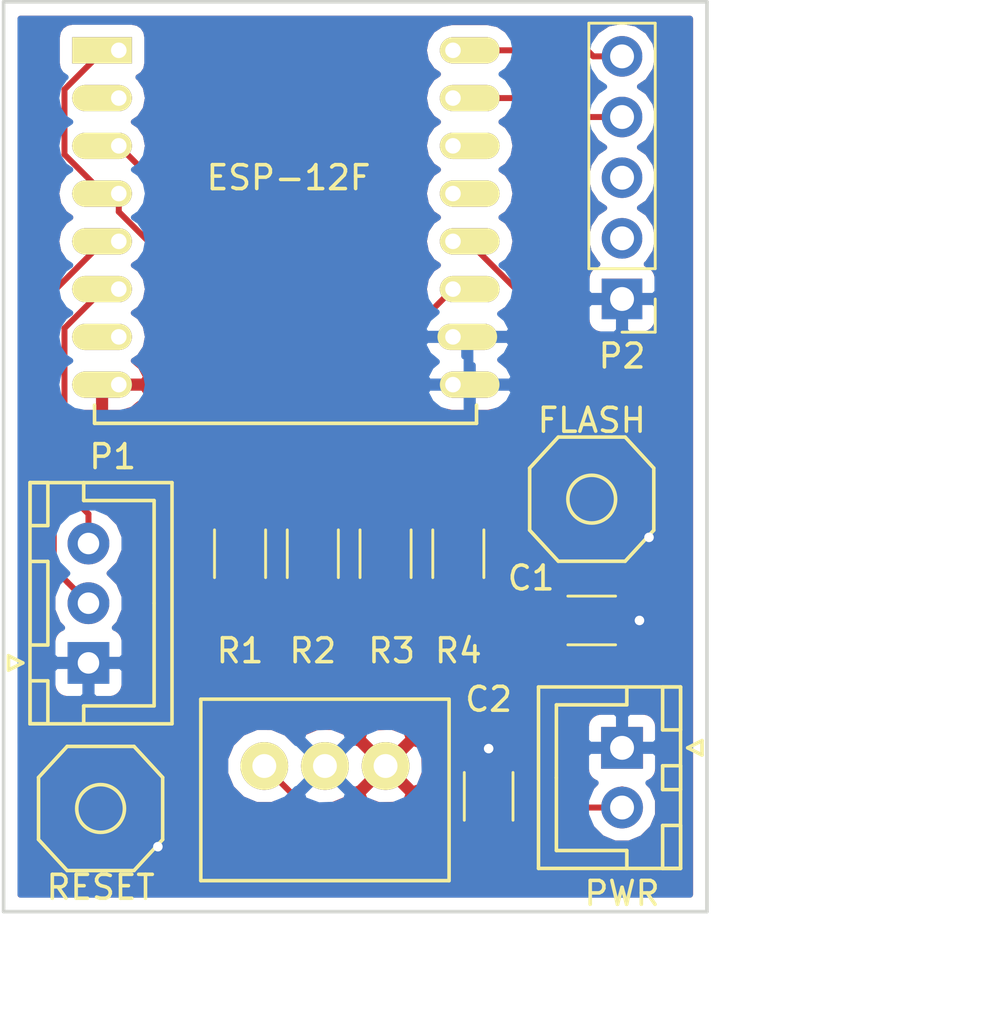
<source format=kicad_pcb>
(kicad_pcb (version 4) (host pcbnew 4.0.4+e1-6308~48~ubuntu16.04.1-stable)

  (general
    (links 32)
    (no_connects 0)
    (area 145.212999 80.696999 174.827001 118.947001)
    (thickness 1.6)
    (drawings 6)
    (tracks 58)
    (zones 0)
    (modules 13)
    (nets 12)
  )

  (page A4)
  (layers
    (0 F.Cu signal hide)
    (31 B.Cu signal)
    (32 B.Adhes user)
    (33 F.Adhes user)
    (34 B.Paste user)
    (35 F.Paste user)
    (36 B.SilkS user)
    (37 F.SilkS user)
    (38 B.Mask user)
    (39 F.Mask user)
    (40 Dwgs.User user)
    (41 Cmts.User user)
    (42 Eco1.User user)
    (43 Eco2.User user)
    (44 Edge.Cuts user)
    (45 Margin user)
    (46 B.CrtYd user)
    (47 F.CrtYd user)
    (48 B.Fab user)
    (49 F.Fab user)
  )

  (setup
    (last_trace_width 0.25)
    (trace_clearance 0.2)
    (zone_clearance 0.508)
    (zone_45_only no)
    (trace_min 0.2)
    (segment_width 0.2)
    (edge_width 0.15)
    (via_size 0.6)
    (via_drill 0.4)
    (via_min_size 0.4)
    (via_min_drill 0.3)
    (uvia_size 0.3)
    (uvia_drill 0.1)
    (uvias_allowed no)
    (uvia_min_size 0.2)
    (uvia_min_drill 0.1)
    (pcb_text_width 0.3)
    (pcb_text_size 1.5 1.5)
    (mod_edge_width 0.15)
    (mod_text_size 1 1)
    (mod_text_width 0.15)
    (pad_size 1.524 1.524)
    (pad_drill 0.762)
    (pad_to_mask_clearance 0.2)
    (aux_axis_origin 0 0)
    (visible_elements FFFFFF7F)
    (pcbplotparams
      (layerselection 0x00030_80000001)
      (usegerberextensions false)
      (excludeedgelayer true)
      (linewidth 0.100000)
      (plotframeref false)
      (viasonmask false)
      (mode 1)
      (useauxorigin false)
      (hpglpennumber 1)
      (hpglpenspeed 20)
      (hpglpendiameter 15)
      (hpglpenoverlay 2)
      (psnegative false)
      (psa4output false)
      (plotreference true)
      (plotvalue true)
      (plotinvisibletext false)
      (padsonsilk false)
      (subtractmaskfromsilk false)
      (outputformat 1)
      (mirror false)
      (drillshape 1)
      (scaleselection 1)
      (outputdirectory ""))
  )

  (net 0 "")
  (net 1 VCC)
  (net 2 GND)
  (net 3 "Net-(C2-Pad1)")
  (net 4 /DS18S20_DQ)
  (net 5 /DS18S20_PWR)
  (net 6 /RX)
  (net 7 /TX)
  (net 8 /RESET)
  (net 9 /CH_EN)
  (net 10 "Net-(R3-Pad2)")
  (net 11 /FLASH)

  (net_class Default "This is the default net class."
    (clearance 0.2)
    (trace_width 0.25)
    (via_dia 0.6)
    (via_drill 0.4)
    (uvia_dia 0.3)
    (uvia_drill 0.1)
    (add_net /CH_EN)
    (add_net /DS18S20_DQ)
    (add_net /DS18S20_PWR)
    (add_net /FLASH)
    (add_net /RESET)
    (add_net /RX)
    (add_net /TX)
    (add_net GND)
    (add_net "Net-(C2-Pad1)")
    (add_net "Net-(R3-Pad2)")
    (add_net VCC)
  )

  (module my-pcblib:OKI-78SR (layer F.Cu) (tedit 58AF1912) (tstamp 58B30898)
    (at 158.75 112.776)
    (path /58AC9C2F)
    (fp_text reference U2 (at 0 6.096) (layer F.SilkS) hide
      (effects (font (size 1.5 1.5) (thickness 0.15)))
    )
    (fp_text value OKI-78SR (at 0 -3.683 90) (layer F.SilkS) hide
      (effects (font (size 1.5 1.5) (thickness 0.15)))
    )
    (fp_line (start -5.2 -2.8) (end -5.2 4.8) (layer F.SilkS) (width 0.15))
    (fp_line (start -5.2 4.8) (end 5.2 4.8) (layer F.SilkS) (width 0.15))
    (fp_line (start 5.2 4.8) (end 5.2 -2.8) (layer F.SilkS) (width 0.15))
    (fp_line (start 5.2 -2.8) (end -5.2 -2.8) (layer F.SilkS) (width 0.15))
    (pad 1 thru_hole circle (at -2.54 0) (size 2 2) (drill 1) (layers *.Cu *.Mask F.SilkS)
      (net 3 "Net-(C2-Pad1)"))
    (pad 2 thru_hole circle (at 0 0) (size 2 2) (drill 1) (layers *.Cu *.Mask F.SilkS)
      (net 2 GND))
    (pad 3 thru_hole circle (at 2.54 0) (size 2 2) (drill 1) (layers *.Cu *.Mask F.SilkS)
      (net 1 VCC))
  )

  (module Capacitors_SMD:C_1206_HandSoldering (layer F.Cu) (tedit 58AF1D86) (tstamp 58B30833)
    (at 169.926 106.68)
    (descr "Capacitor SMD 1206, hand soldering")
    (tags "capacitor 1206")
    (path /58ACB5EE)
    (attr smd)
    (fp_text reference C1 (at -2.54 -1.778 180) (layer F.SilkS)
      (effects (font (size 1 1) (thickness 0.15)))
    )
    (fp_text value 10uF (at 0 2) (layer F.Fab) hide
      (effects (font (size 1 1) (thickness 0.15)))
    )
    (fp_text user %R (at 0 -1.75) (layer F.Fab) hide
      (effects (font (size 1 1) (thickness 0.15)))
    )
    (fp_line (start -1.6 0.8) (end -1.6 -0.8) (layer F.Fab) (width 0.1))
    (fp_line (start 1.6 0.8) (end -1.6 0.8) (layer F.Fab) (width 0.1))
    (fp_line (start 1.6 -0.8) (end 1.6 0.8) (layer F.Fab) (width 0.1))
    (fp_line (start -1.6 -0.8) (end 1.6 -0.8) (layer F.Fab) (width 0.1))
    (fp_line (start 1 -1.02) (end -1 -1.02) (layer F.SilkS) (width 0.12))
    (fp_line (start -1 1.02) (end 1 1.02) (layer F.SilkS) (width 0.12))
    (fp_line (start -3.25 -1.05) (end 3.25 -1.05) (layer F.CrtYd) (width 0.05))
    (fp_line (start -3.25 -1.05) (end -3.25 1.05) (layer F.CrtYd) (width 0.05))
    (fp_line (start 3.25 1.05) (end 3.25 -1.05) (layer F.CrtYd) (width 0.05))
    (fp_line (start 3.25 1.05) (end -3.25 1.05) (layer F.CrtYd) (width 0.05))
    (pad 1 smd rect (at -2 0) (size 2 1.6) (layers F.Cu F.Paste F.Mask)
      (net 1 VCC))
    (pad 2 smd rect (at 2 0) (size 2 1.6) (layers F.Cu F.Paste F.Mask)
      (net 2 GND))
    (model Capacitors_SMD.3dshapes/C_1206.wrl
      (at (xyz 0 0 0))
      (scale (xyz 1 1 1))
      (rotate (xyz 0 0 0))
    )
  )

  (module Capacitors_SMD:C_1206_HandSoldering (layer F.Cu) (tedit 58AF1907) (tstamp 58B30839)
    (at 165.608 114.046 90)
    (descr "Capacitor SMD 1206, hand soldering")
    (tags "capacitor 1206")
    (path /58ACB957)
    (attr smd)
    (fp_text reference C2 (at 4.064 0 180) (layer F.SilkS)
      (effects (font (size 1 1) (thickness 0.15)))
    )
    (fp_text value 10uF (at 0 2 90) (layer F.Fab) hide
      (effects (font (size 1 1) (thickness 0.15)))
    )
    (fp_text user %R (at 0 -1.75 90) (layer F.Fab) hide
      (effects (font (size 1 1) (thickness 0.15)))
    )
    (fp_line (start -1.6 0.8) (end -1.6 -0.8) (layer F.Fab) (width 0.1))
    (fp_line (start 1.6 0.8) (end -1.6 0.8) (layer F.Fab) (width 0.1))
    (fp_line (start 1.6 -0.8) (end 1.6 0.8) (layer F.Fab) (width 0.1))
    (fp_line (start -1.6 -0.8) (end 1.6 -0.8) (layer F.Fab) (width 0.1))
    (fp_line (start 1 -1.02) (end -1 -1.02) (layer F.SilkS) (width 0.12))
    (fp_line (start -1 1.02) (end 1 1.02) (layer F.SilkS) (width 0.12))
    (fp_line (start -3.25 -1.05) (end 3.25 -1.05) (layer F.CrtYd) (width 0.05))
    (fp_line (start -3.25 -1.05) (end -3.25 1.05) (layer F.CrtYd) (width 0.05))
    (fp_line (start 3.25 1.05) (end 3.25 -1.05) (layer F.CrtYd) (width 0.05))
    (fp_line (start 3.25 1.05) (end -3.25 1.05) (layer F.CrtYd) (width 0.05))
    (pad 1 smd rect (at -2 0 90) (size 2 1.6) (layers F.Cu F.Paste F.Mask)
      (net 3 "Net-(C2-Pad1)"))
    (pad 2 smd rect (at 2 0 90) (size 2 1.6) (layers F.Cu F.Paste F.Mask)
      (net 2 GND))
    (model Capacitors_SMD.3dshapes/C_1206.wrl
      (at (xyz 0 0 0))
      (scale (xyz 1 1 1))
      (rotate (xyz 0 0 0))
    )
  )

  (module Connectors_JST:JST_XH_B03B-XH-A_03x2.50mm_Straight (layer F.Cu) (tedit 58AF1D98) (tstamp 58B30840)
    (at 148.844 108.458 90)
    (descr "JST XH series connector, B03B-XH-A, top entry type, through hole")
    (tags "connector jst xh tht top vertical 2.50mm")
    (path /58ACBD2C)
    (fp_text reference P1 (at 8.636 1.016 180) (layer F.SilkS)
      (effects (font (size 1 1) (thickness 0.15)))
    )
    (fp_text value TEMP (at 2.5 4.5 90) (layer F.Fab) hide
      (effects (font (size 1 1) (thickness 0.15)))
    )
    (fp_line (start -2.95 -2.85) (end -2.95 3.9) (layer F.CrtYd) (width 0.05))
    (fp_line (start -2.95 3.9) (end 7.95 3.9) (layer F.CrtYd) (width 0.05))
    (fp_line (start 7.95 3.9) (end 7.95 -2.85) (layer F.CrtYd) (width 0.05))
    (fp_line (start 7.95 -2.85) (end -2.95 -2.85) (layer F.CrtYd) (width 0.05))
    (fp_line (start -2.55 -2.45) (end -2.55 3.5) (layer F.SilkS) (width 0.15))
    (fp_line (start -2.55 3.5) (end 7.55 3.5) (layer F.SilkS) (width 0.15))
    (fp_line (start 7.55 3.5) (end 7.55 -2.45) (layer F.SilkS) (width 0.15))
    (fp_line (start 7.55 -2.45) (end -2.55 -2.45) (layer F.SilkS) (width 0.15))
    (fp_line (start 0.75 -2.45) (end 0.75 -1.7) (layer F.SilkS) (width 0.15))
    (fp_line (start 0.75 -1.7) (end 4.25 -1.7) (layer F.SilkS) (width 0.15))
    (fp_line (start 4.25 -1.7) (end 4.25 -2.45) (layer F.SilkS) (width 0.15))
    (fp_line (start 4.25 -2.45) (end 0.75 -2.45) (layer F.SilkS) (width 0.15))
    (fp_line (start -2.55 -2.45) (end -2.55 -1.7) (layer F.SilkS) (width 0.15))
    (fp_line (start -2.55 -1.7) (end -0.75 -1.7) (layer F.SilkS) (width 0.15))
    (fp_line (start -0.75 -1.7) (end -0.75 -2.45) (layer F.SilkS) (width 0.15))
    (fp_line (start -0.75 -2.45) (end -2.55 -2.45) (layer F.SilkS) (width 0.15))
    (fp_line (start 5.75 -2.45) (end 5.75 -1.7) (layer F.SilkS) (width 0.15))
    (fp_line (start 5.75 -1.7) (end 7.55 -1.7) (layer F.SilkS) (width 0.15))
    (fp_line (start 7.55 -1.7) (end 7.55 -2.45) (layer F.SilkS) (width 0.15))
    (fp_line (start 7.55 -2.45) (end 5.75 -2.45) (layer F.SilkS) (width 0.15))
    (fp_line (start -2.55 -0.2) (end -1.8 -0.2) (layer F.SilkS) (width 0.15))
    (fp_line (start -1.8 -0.2) (end -1.8 2.75) (layer F.SilkS) (width 0.15))
    (fp_line (start -1.8 2.75) (end 2.5 2.75) (layer F.SilkS) (width 0.15))
    (fp_line (start 7.55 -0.2) (end 6.8 -0.2) (layer F.SilkS) (width 0.15))
    (fp_line (start 6.8 -0.2) (end 6.8 2.75) (layer F.SilkS) (width 0.15))
    (fp_line (start 6.8 2.75) (end 2.5 2.75) (layer F.SilkS) (width 0.15))
    (fp_line (start 0 -2.75) (end -0.3 -3.35) (layer F.SilkS) (width 0.15))
    (fp_line (start -0.3 -3.35) (end 0.3 -3.35) (layer F.SilkS) (width 0.15))
    (fp_line (start 0.3 -3.35) (end 0 -2.75) (layer F.SilkS) (width 0.15))
    (pad 1 thru_hole rect (at 0 0 90) (size 1.75 1.75) (drill 0.9) (layers *.Cu *.Mask)
      (net 2 GND))
    (pad 2 thru_hole circle (at 2.5 0 90) (size 1.75 1.75) (drill 0.9) (layers *.Cu *.Mask)
      (net 4 /DS18S20_DQ))
    (pad 3 thru_hole circle (at 5 0 90) (size 1.75 1.75) (drill 0.9) (layers *.Cu *.Mask)
      (net 5 /DS18S20_PWR))
    (model Connectors_JST.3dshapes/JST_XH_B03B-XH-A_03x2.50mm_Straight.wrl
      (at (xyz 0 0 0))
      (scale (xyz 1 1 1))
      (rotate (xyz 0 0 0))
    )
  )

  (module Pin_Headers:Pin_Header_Straight_1x05_Pitch2.54mm (layer F.Cu) (tedit 58AF181B) (tstamp 58B30849)
    (at 171.196 93.218 180)
    (descr "Through hole straight pin header, 1x05, 2.54mm pitch, single row")
    (tags "Through hole pin header THT 1x05 2.54mm single row")
    (path /58ACA0C9)
    (fp_text reference P2 (at 0 -2.39 180) (layer F.SilkS)
      (effects (font (size 1 1) (thickness 0.15)))
    )
    (fp_text value SERIAL (at 0 12.55 180) (layer F.Fab) hide
      (effects (font (size 1 1) (thickness 0.15)))
    )
    (fp_line (start -1.27 -1.27) (end -1.27 11.43) (layer F.Fab) (width 0.1))
    (fp_line (start -1.27 11.43) (end 1.27 11.43) (layer F.Fab) (width 0.1))
    (fp_line (start 1.27 11.43) (end 1.27 -1.27) (layer F.Fab) (width 0.1))
    (fp_line (start 1.27 -1.27) (end -1.27 -1.27) (layer F.Fab) (width 0.1))
    (fp_line (start -1.39 1.27) (end -1.39 11.55) (layer F.SilkS) (width 0.12))
    (fp_line (start -1.39 11.55) (end 1.39 11.55) (layer F.SilkS) (width 0.12))
    (fp_line (start 1.39 11.55) (end 1.39 1.27) (layer F.SilkS) (width 0.12))
    (fp_line (start 1.39 1.27) (end -1.39 1.27) (layer F.SilkS) (width 0.12))
    (fp_line (start -1.39 0) (end -1.39 -1.39) (layer F.SilkS) (width 0.12))
    (fp_line (start -1.39 -1.39) (end 0 -1.39) (layer F.SilkS) (width 0.12))
    (fp_line (start -1.6 -1.6) (end -1.6 11.7) (layer F.CrtYd) (width 0.05))
    (fp_line (start -1.6 11.7) (end 1.6 11.7) (layer F.CrtYd) (width 0.05))
    (fp_line (start 1.6 11.7) (end 1.6 -1.6) (layer F.CrtYd) (width 0.05))
    (fp_line (start 1.6 -1.6) (end -1.6 -1.6) (layer F.CrtYd) (width 0.05))
    (pad 1 thru_hole rect (at 0 0 180) (size 1.7 1.7) (drill 1) (layers *.Cu *.Mask)
      (net 2 GND))
    (pad 2 thru_hole oval (at 0 2.54 180) (size 1.7 1.7) (drill 1) (layers *.Cu *.Mask))
    (pad 3 thru_hole oval (at 0 5.08 180) (size 1.7 1.7) (drill 1) (layers *.Cu *.Mask))
    (pad 4 thru_hole oval (at 0 7.62 180) (size 1.7 1.7) (drill 1) (layers *.Cu *.Mask)
      (net 6 /RX))
    (pad 5 thru_hole oval (at 0 10.16 180) (size 1.7 1.7) (drill 1) (layers *.Cu *.Mask)
      (net 7 /TX))
    (model Pin_Headers.3dshapes/Pin_Header_Straight_1x05_Pitch2.54mm.wrl
      (at (xyz 0 -0.2 0))
      (scale (xyz 1 1 1))
      (rotate (xyz 0 0 90))
    )
  )

  (module Connectors_JST:JST_XH_B02B-XH-A_02x2.50mm_Straight (layer F.Cu) (tedit 58AF1A23) (tstamp 58B3084F)
    (at 171.196 112.014 270)
    (descr "JST XH series connector, B02B-XH-A, top entry type, through hole")
    (tags "connector jst xh tht top vertical 2.50mm")
    (path /58AC9C54)
    (fp_text reference P3 (at 3 -3.5 270) (layer F.SilkS) hide
      (effects (font (size 1 1) (thickness 0.15)))
    )
    (fp_text value PWR (at 6.096 0 360) (layer F.SilkS)
      (effects (font (size 1 1) (thickness 0.15)))
    )
    (fp_line (start -2.95 -2.85) (end -2.95 3.9) (layer F.CrtYd) (width 0.05))
    (fp_line (start -2.95 3.9) (end 5.45 3.9) (layer F.CrtYd) (width 0.05))
    (fp_line (start 5.45 3.9) (end 5.45 -2.85) (layer F.CrtYd) (width 0.05))
    (fp_line (start 5.45 -2.85) (end -2.95 -2.85) (layer F.CrtYd) (width 0.05))
    (fp_line (start -2.55 -2.45) (end -2.55 3.5) (layer F.SilkS) (width 0.15))
    (fp_line (start -2.55 3.5) (end 5.05 3.5) (layer F.SilkS) (width 0.15))
    (fp_line (start 5.05 3.5) (end 5.05 -2.45) (layer F.SilkS) (width 0.15))
    (fp_line (start 5.05 -2.45) (end -2.55 -2.45) (layer F.SilkS) (width 0.15))
    (fp_line (start 0.75 -2.45) (end 0.75 -1.7) (layer F.SilkS) (width 0.15))
    (fp_line (start 0.75 -1.7) (end 1.75 -1.7) (layer F.SilkS) (width 0.15))
    (fp_line (start 1.75 -1.7) (end 1.75 -2.45) (layer F.SilkS) (width 0.15))
    (fp_line (start 1.75 -2.45) (end 0.75 -2.45) (layer F.SilkS) (width 0.15))
    (fp_line (start -2.55 -2.45) (end -2.55 -1.7) (layer F.SilkS) (width 0.15))
    (fp_line (start -2.55 -1.7) (end -0.75 -1.7) (layer F.SilkS) (width 0.15))
    (fp_line (start -0.75 -1.7) (end -0.75 -2.45) (layer F.SilkS) (width 0.15))
    (fp_line (start -0.75 -2.45) (end -2.55 -2.45) (layer F.SilkS) (width 0.15))
    (fp_line (start 3.25 -2.45) (end 3.25 -1.7) (layer F.SilkS) (width 0.15))
    (fp_line (start 3.25 -1.7) (end 5.05 -1.7) (layer F.SilkS) (width 0.15))
    (fp_line (start 5.05 -1.7) (end 5.05 -2.45) (layer F.SilkS) (width 0.15))
    (fp_line (start 5.05 -2.45) (end 3.25 -2.45) (layer F.SilkS) (width 0.15))
    (fp_line (start -2.55 -0.2) (end -1.8 -0.2) (layer F.SilkS) (width 0.15))
    (fp_line (start -1.8 -0.2) (end -1.8 2.75) (layer F.SilkS) (width 0.15))
    (fp_line (start -1.8 2.75) (end 1.25 2.75) (layer F.SilkS) (width 0.15))
    (fp_line (start 5.05 -0.2) (end 4.3 -0.2) (layer F.SilkS) (width 0.15))
    (fp_line (start 4.3 -0.2) (end 4.3 2.75) (layer F.SilkS) (width 0.15))
    (fp_line (start 4.3 2.75) (end 1.25 2.75) (layer F.SilkS) (width 0.15))
    (fp_line (start 0 -2.75) (end -0.3 -3.35) (layer F.SilkS) (width 0.15))
    (fp_line (start -0.3 -3.35) (end 0.3 -3.35) (layer F.SilkS) (width 0.15))
    (fp_line (start 0.3 -3.35) (end 0 -2.75) (layer F.SilkS) (width 0.15))
    (pad 1 thru_hole rect (at 0 0 270) (size 1.75 1.75) (drill 1) (layers *.Cu *.Mask)
      (net 2 GND))
    (pad 2 thru_hole circle (at 2.5 0 270) (size 1.75 1.75) (drill 1) (layers *.Cu *.Mask)
      (net 3 "Net-(C2-Pad1)"))
    (model Connectors_JST.3dshapes/JST_XH_B02B-XH-A_02x2.50mm_Straight.wrl
      (at (xyz 0 0 0))
      (scale (xyz 1 1 1))
      (rotate (xyz 0 0 0))
    )
  )

  (module Resistors_SMD:R_1206_HandSoldering (layer F.Cu) (tedit 58AF1967) (tstamp 58B30855)
    (at 155.194 103.886 270)
    (descr "Resistor SMD 1206, hand soldering")
    (tags "resistor 1206")
    (path /58ACB209)
    (attr smd)
    (fp_text reference R1 (at 4.064 0 360) (layer F.SilkS)
      (effects (font (size 1 1) (thickness 0.15)))
    )
    (fp_text value 4.7K (at 0 1.9 270) (layer F.Fab) hide
      (effects (font (size 1 1) (thickness 0.15)))
    )
    (fp_text user %R (at 0 -1.85 270) (layer F.Fab) hide
      (effects (font (size 1 1) (thickness 0.15)))
    )
    (fp_line (start -1.6 0.8) (end -1.6 -0.8) (layer F.Fab) (width 0.1))
    (fp_line (start 1.6 0.8) (end -1.6 0.8) (layer F.Fab) (width 0.1))
    (fp_line (start 1.6 -0.8) (end 1.6 0.8) (layer F.Fab) (width 0.1))
    (fp_line (start -1.6 -0.8) (end 1.6 -0.8) (layer F.Fab) (width 0.1))
    (fp_line (start 1 1.07) (end -1 1.07) (layer F.SilkS) (width 0.12))
    (fp_line (start -1 -1.07) (end 1 -1.07) (layer F.SilkS) (width 0.12))
    (fp_line (start -3.25 -1.11) (end 3.25 -1.11) (layer F.CrtYd) (width 0.05))
    (fp_line (start -3.25 -1.11) (end -3.25 1.1) (layer F.CrtYd) (width 0.05))
    (fp_line (start 3.25 1.1) (end 3.25 -1.11) (layer F.CrtYd) (width 0.05))
    (fp_line (start 3.25 1.1) (end -3.25 1.1) (layer F.CrtYd) (width 0.05))
    (pad 1 smd rect (at -2 0 270) (size 2 1.7) (layers F.Cu F.Paste F.Mask)
      (net 1 VCC))
    (pad 2 smd rect (at 2 0 270) (size 2 1.7) (layers F.Cu F.Paste F.Mask)
      (net 8 /RESET))
    (model Resistors_SMD.3dshapes/R_1206.wrl
      (at (xyz 0 0 0))
      (scale (xyz 1 1 1))
      (rotate (xyz 0 0 0))
    )
  )

  (module Resistors_SMD:R_1206_HandSoldering (layer F.Cu) (tedit 58AF1989) (tstamp 58B3085B)
    (at 158.242 103.886 90)
    (descr "Resistor SMD 1206, hand soldering")
    (tags "resistor 1206")
    (path /58ACA33B)
    (attr smd)
    (fp_text reference R2 (at -4.064 0 180) (layer F.SilkS)
      (effects (font (size 1 1) (thickness 0.15)))
    )
    (fp_text value 4.7K (at 0 1.9 90) (layer F.Fab) hide
      (effects (font (size 1 1) (thickness 0.15)))
    )
    (fp_text user %R (at 0 -1.85 90) (layer F.Fab) hide
      (effects (font (size 1 1) (thickness 0.15)))
    )
    (fp_line (start -1.6 0.8) (end -1.6 -0.8) (layer F.Fab) (width 0.1))
    (fp_line (start 1.6 0.8) (end -1.6 0.8) (layer F.Fab) (width 0.1))
    (fp_line (start 1.6 -0.8) (end 1.6 0.8) (layer F.Fab) (width 0.1))
    (fp_line (start -1.6 -0.8) (end 1.6 -0.8) (layer F.Fab) (width 0.1))
    (fp_line (start 1 1.07) (end -1 1.07) (layer F.SilkS) (width 0.12))
    (fp_line (start -1 -1.07) (end 1 -1.07) (layer F.SilkS) (width 0.12))
    (fp_line (start -3.25 -1.11) (end 3.25 -1.11) (layer F.CrtYd) (width 0.05))
    (fp_line (start -3.25 -1.11) (end -3.25 1.1) (layer F.CrtYd) (width 0.05))
    (fp_line (start 3.25 1.1) (end 3.25 -1.11) (layer F.CrtYd) (width 0.05))
    (fp_line (start 3.25 1.1) (end -3.25 1.1) (layer F.CrtYd) (width 0.05))
    (pad 1 smd rect (at -2 0 90) (size 2 1.7) (layers F.Cu F.Paste F.Mask)
      (net 1 VCC))
    (pad 2 smd rect (at 2 0 90) (size 2 1.7) (layers F.Cu F.Paste F.Mask)
      (net 9 /CH_EN))
    (model Resistors_SMD.3dshapes/R_1206.wrl
      (at (xyz 0 0 0))
      (scale (xyz 1 1 1))
      (rotate (xyz 0 0 0))
    )
  )

  (module Resistors_SMD:R_1206_HandSoldering (layer F.Cu) (tedit 58AF1931) (tstamp 58B30861)
    (at 161.29 103.886 90)
    (descr "Resistor SMD 1206, hand soldering")
    (tags "resistor 1206")
    (path /58ACA59E)
    (attr smd)
    (fp_text reference R3 (at -4.064 0.254 180) (layer F.SilkS)
      (effects (font (size 1 1) (thickness 0.15)))
    )
    (fp_text value 4.7K (at 0 1.9 90) (layer F.Fab) hide
      (effects (font (size 1 1) (thickness 0.15)))
    )
    (fp_text user %R (at 0 -1.85 90) (layer F.Fab) hide
      (effects (font (size 1 1) (thickness 0.15)))
    )
    (fp_line (start -1.6 0.8) (end -1.6 -0.8) (layer F.Fab) (width 0.1))
    (fp_line (start 1.6 0.8) (end -1.6 0.8) (layer F.Fab) (width 0.1))
    (fp_line (start 1.6 -0.8) (end 1.6 0.8) (layer F.Fab) (width 0.1))
    (fp_line (start -1.6 -0.8) (end 1.6 -0.8) (layer F.Fab) (width 0.1))
    (fp_line (start 1 1.07) (end -1 1.07) (layer F.SilkS) (width 0.12))
    (fp_line (start -1 -1.07) (end 1 -1.07) (layer F.SilkS) (width 0.12))
    (fp_line (start -3.25 -1.11) (end 3.25 -1.11) (layer F.CrtYd) (width 0.05))
    (fp_line (start -3.25 -1.11) (end -3.25 1.1) (layer F.CrtYd) (width 0.05))
    (fp_line (start 3.25 1.1) (end 3.25 -1.11) (layer F.CrtYd) (width 0.05))
    (fp_line (start 3.25 1.1) (end -3.25 1.1) (layer F.CrtYd) (width 0.05))
    (pad 1 smd rect (at -2 0 90) (size 2 1.7) (layers F.Cu F.Paste F.Mask)
      (net 1 VCC))
    (pad 2 smd rect (at 2 0 90) (size 2 1.7) (layers F.Cu F.Paste F.Mask)
      (net 10 "Net-(R3-Pad2)"))
    (model Resistors_SMD.3dshapes/R_1206.wrl
      (at (xyz 0 0 0))
      (scale (xyz 1 1 1))
      (rotate (xyz 0 0 0))
    )
  )

  (module Resistors_SMD:R_1206_HandSoldering (layer F.Cu) (tedit 58AF1D6F) (tstamp 58B30867)
    (at 164.338 103.886 90)
    (descr "Resistor SMD 1206, hand soldering")
    (tags "resistor 1206")
    (path /58ACACAA)
    (attr smd)
    (fp_text reference R4 (at -4.064 0 180) (layer F.SilkS)
      (effects (font (size 1 1) (thickness 0.15)))
    )
    (fp_text value 4.7K (at 0 1.9 90) (layer F.Fab) hide
      (effects (font (size 1 1) (thickness 0.15)))
    )
    (fp_text user %R (at 0 -1.85 90) (layer F.Fab) hide
      (effects (font (size 1 1) (thickness 0.15)))
    )
    (fp_line (start -1.6 0.8) (end -1.6 -0.8) (layer F.Fab) (width 0.1))
    (fp_line (start 1.6 0.8) (end -1.6 0.8) (layer F.Fab) (width 0.1))
    (fp_line (start 1.6 -0.8) (end 1.6 0.8) (layer F.Fab) (width 0.1))
    (fp_line (start -1.6 -0.8) (end 1.6 -0.8) (layer F.Fab) (width 0.1))
    (fp_line (start 1 1.07) (end -1 1.07) (layer F.SilkS) (width 0.12))
    (fp_line (start -1 -1.07) (end 1 -1.07) (layer F.SilkS) (width 0.12))
    (fp_line (start -3.25 -1.11) (end 3.25 -1.11) (layer F.CrtYd) (width 0.05))
    (fp_line (start -3.25 -1.11) (end -3.25 1.1) (layer F.CrtYd) (width 0.05))
    (fp_line (start 3.25 1.1) (end 3.25 -1.11) (layer F.CrtYd) (width 0.05))
    (fp_line (start 3.25 1.1) (end -3.25 1.1) (layer F.CrtYd) (width 0.05))
    (pad 1 smd rect (at -2 0 90) (size 2 1.7) (layers F.Cu F.Paste F.Mask)
      (net 1 VCC))
    (pad 2 smd rect (at 2 0 90) (size 2 1.7) (layers F.Cu F.Paste F.Mask)
      (net 11 /FLASH))
    (model Resistors_SMD.3dshapes/R_1206.wrl
      (at (xyz 0 0 0))
      (scale (xyz 1 1 1))
      (rotate (xyz 0 0 0))
    )
  )

  (module switches:SKQGAFE010_Switch (layer F.Cu) (tedit 58AF1A2B) (tstamp 58B3086F)
    (at 149.352 114.554)
    (descr "SKQGAFE010 SMD Mount Tactile Switch")
    (path /58ACB203)
    (attr smd)
    (fp_text reference SW1 (at 0 3.81) (layer F.SilkS) hide
      (effects (font (size 1 1) (thickness 0.15)))
    )
    (fp_text value RESET (at 0 3.302) (layer F.SilkS)
      (effects (font (size 1 1) (thickness 0.15)))
    )
    (fp_line (start -2.6 1.3) (end -1.4 2.6) (layer F.SilkS) (width 0.15))
    (fp_line (start 1.4 -2.6) (end 2.6 -1.3) (layer F.SilkS) (width 0.15))
    (fp_line (start 2.6 1.3) (end 1.4 2.6) (layer F.SilkS) (width 0.15))
    (fp_line (start -1.4 -2.6) (end -2.6 -1.3) (layer F.SilkS) (width 0.15))
    (fp_line (start -2.6 1.3) (end -2.6 -1.3) (layer F.SilkS) (width 0.15))
    (fp_line (start 2.6 1.3) (end 2.6 -1.3) (layer F.SilkS) (width 0.15))
    (fp_line (start 1.4 -2.6) (end -1.4 -2.6) (layer F.SilkS) (width 0.15))
    (fp_line (start 1.4 2.6) (end -1.4 2.6) (layer F.SilkS) (width 0.15))
    (fp_circle (center 0 0) (end 1 0) (layer F.SilkS) (width 0.15))
    (pad 3 smd rect (at -2.4 1.6) (size 1.8 1.1) (layers F.Cu F.Paste F.Mask)
      (net 2 GND))
    (pad 1 smd rect (at -2.4 -1.6) (size 1.8 1.1) (layers F.Cu F.Paste F.Mask)
      (net 8 /RESET))
    (pad 2 smd rect (at 2.4 -1.6) (size 1.8 1.1) (layers F.Cu F.Paste F.Mask)
      (net 8 /RESET))
    (pad 4 smd rect (at 2.4 1.6) (size 1.8 1.1) (layers F.Cu F.Paste F.Mask)
      (net 2 GND))
  )

  (module switches:SKQGAFE010_Switch (layer F.Cu) (tedit 58AF1A51) (tstamp 58B30877)
    (at 169.926 101.6)
    (descr "SKQGAFE010 SMD Mount Tactile Switch")
    (path /58ACAB32)
    (attr smd)
    (fp_text reference SW2 (at 0 3.81) (layer F.SilkS) hide
      (effects (font (size 1 1) (thickness 0.15)))
    )
    (fp_text value FLASH (at 0 -3.302) (layer F.SilkS)
      (effects (font (size 1 1) (thickness 0.15)))
    )
    (fp_line (start -2.6 1.3) (end -1.4 2.6) (layer F.SilkS) (width 0.15))
    (fp_line (start 1.4 -2.6) (end 2.6 -1.3) (layer F.SilkS) (width 0.15))
    (fp_line (start 2.6 1.3) (end 1.4 2.6) (layer F.SilkS) (width 0.15))
    (fp_line (start -1.4 -2.6) (end -2.6 -1.3) (layer F.SilkS) (width 0.15))
    (fp_line (start -2.6 1.3) (end -2.6 -1.3) (layer F.SilkS) (width 0.15))
    (fp_line (start 2.6 1.3) (end 2.6 -1.3) (layer F.SilkS) (width 0.15))
    (fp_line (start 1.4 -2.6) (end -1.4 -2.6) (layer F.SilkS) (width 0.15))
    (fp_line (start 1.4 2.6) (end -1.4 2.6) (layer F.SilkS) (width 0.15))
    (fp_circle (center 0 0) (end 1 0) (layer F.SilkS) (width 0.15))
    (pad 3 smd rect (at -2.4 1.6) (size 1.8 1.1) (layers F.Cu F.Paste F.Mask)
      (net 2 GND))
    (pad 1 smd rect (at -2.4 -1.6) (size 1.8 1.1) (layers F.Cu F.Paste F.Mask)
      (net 11 /FLASH))
    (pad 2 smd rect (at 2.4 -1.6) (size 1.8 1.1) (layers F.Cu F.Paste F.Mask)
      (net 11 /FLASH))
    (pad 4 smd rect (at 2.4 1.6) (size 1.8 1.1) (layers F.Cu F.Paste F.Mask)
      (net 2 GND))
  )

  (module ESP8266:ESP-12E (layer F.Cu) (tedit 58AF1832) (tstamp 58B30891)
    (at 150.114 82.804)
    (descr "Module, ESP-8266, ESP-12, 16 pad, SMD")
    (tags "Module ESP-8266 ESP8266")
    (path /58AC9E97)
    (fp_text reference U1 (at -2 -2) (layer F.SilkS) hide
      (effects (font (size 1 1) (thickness 0.15)))
    )
    (fp_text value ESP-12F (at 7.112 5.334) (layer F.SilkS)
      (effects (font (size 1 1) (thickness 0.15)))
    )
    (fp_line (start -2.25 -0.5) (end -2.25 -8.75) (layer F.CrtYd) (width 0.05))
    (fp_line (start -2.25 -8.75) (end 15.25 -8.75) (layer F.CrtYd) (width 0.05))
    (fp_line (start 15.25 -8.75) (end 16.25 -8.75) (layer F.CrtYd) (width 0.05))
    (fp_line (start 16.25 -8.75) (end 16.25 16) (layer F.CrtYd) (width 0.05))
    (fp_line (start 16.25 16) (end -2.25 16) (layer F.CrtYd) (width 0.05))
    (fp_line (start -2.25 16) (end -2.25 -0.5) (layer F.CrtYd) (width 0.05))
    (fp_line (start -1.016 -8.382) (end 14.986 -8.382) (layer F.CrtYd) (width 0.1524))
    (fp_line (start 14.986 -8.382) (end 14.986 -0.889) (layer F.CrtYd) (width 0.1524))
    (fp_line (start -1.016 -8.382) (end -1.016 -1.016) (layer F.CrtYd) (width 0.1524))
    (fp_line (start -1.016 14.859) (end -1.016 15.621) (layer F.SilkS) (width 0.1524))
    (fp_line (start -1.016 15.621) (end 14.986 15.621) (layer F.SilkS) (width 0.1524))
    (fp_line (start 14.986 15.621) (end 14.986 14.859) (layer F.SilkS) (width 0.1524))
    (fp_line (start 14.992 -8.4) (end -1.008 -2.6) (layer F.CrtYd) (width 0.1524))
    (fp_line (start -1.008 -8.4) (end 14.992 -2.6) (layer F.CrtYd) (width 0.1524))
    (fp_text user "No Copper" (at 6.892 -5.4) (layer F.CrtYd)
      (effects (font (size 1 1) (thickness 0.15)))
    )
    (fp_line (start -1.008 -2.6) (end 14.992 -2.6) (layer F.CrtYd) (width 0.1524))
    (fp_line (start 15 -8.4) (end 15 15.6) (layer F.Fab) (width 0.05))
    (fp_line (start 14.992 15.6) (end -1.008 15.6) (layer F.Fab) (width 0.05))
    (fp_line (start -1.008 15.6) (end -1.008 -8.4) (layer F.Fab) (width 0.05))
    (fp_line (start -1.008 -8.4) (end 14.992 -8.4) (layer F.Fab) (width 0.05))
    (pad 1 thru_hole rect (at 0 0) (size 2.5 1.1) (drill 0.65 (offset -0.7 0)) (layers *.Cu *.Mask F.SilkS)
      (net 8 /RESET))
    (pad 2 thru_hole oval (at 0 2) (size 2.5 1.1) (drill 0.65 (offset -0.7 0)) (layers *.Cu *.Mask F.SilkS))
    (pad 3 thru_hole oval (at 0 4) (size 2.5 1.1) (drill 0.65 (offset -0.7 0)) (layers *.Cu *.Mask F.SilkS)
      (net 9 /CH_EN))
    (pad 4 thru_hole oval (at 0 6) (size 2.5 1.1) (drill 0.65 (offset -0.7 0)) (layers *.Cu *.Mask F.SilkS)
      (net 8 /RESET))
    (pad 5 thru_hole oval (at 0 8) (size 2.5 1.1) (drill 0.65 (offset -0.7 0)) (layers *.Cu *.Mask F.SilkS)
      (net 4 /DS18S20_DQ))
    (pad 6 thru_hole oval (at 0 10) (size 2.5 1.1) (drill 0.65 (offset -0.7 0)) (layers *.Cu *.Mask F.SilkS)
      (net 5 /DS18S20_PWR))
    (pad 7 thru_hole oval (at 0 12) (size 2.5 1.1) (drill 0.65 (offset -0.7 0)) (layers *.Cu *.Mask F.SilkS))
    (pad 8 thru_hole oval (at 0 14) (size 2.5 1.1) (drill 0.65 (offset -0.7 0)) (layers *.Cu *.Mask F.SilkS)
      (net 1 VCC))
    (pad 9 smd oval (at 1.99 15.75 90) (size 2.4 1.1) (layers F.Cu F.Paste F.Mask))
    (pad 10 smd oval (at 3.99 15.75 90) (size 2.4 1.1) (layers F.Cu F.Paste F.Mask))
    (pad 11 smd oval (at 5.99 15.75 90) (size 2.4 1.1) (layers F.Cu F.Paste F.Mask))
    (pad 12 smd oval (at 7.99 15.75 90) (size 2.4 1.1) (layers F.Cu F.Paste F.Mask))
    (pad 13 smd oval (at 9.99 15.75 90) (size 2.4 1.1) (layers F.Cu F.Paste F.Mask))
    (pad 14 smd oval (at 11.99 15.75 90) (size 2.4 1.1) (layers F.Cu F.Paste F.Mask))
    (pad 15 thru_hole oval (at 14 14) (size 2.5 1.1) (drill 0.65 (offset 0.7 0)) (layers *.Cu *.Mask F.SilkS)
      (net 2 GND))
    (pad 16 thru_hole oval (at 14 12) (size 2.5 1.1) (drill 0.65 (offset 0.6 0)) (layers *.Cu *.Mask F.SilkS)
      (net 2 GND))
    (pad 17 thru_hole oval (at 14 10) (size 2.5 1.1) (drill 0.65 (offset 0.7 0)) (layers *.Cu *.Mask F.SilkS)
      (net 10 "Net-(R3-Pad2)"))
    (pad 18 thru_hole oval (at 14 8) (size 2.5 1.1) (drill 0.65 (offset 0.7 0)) (layers *.Cu *.Mask F.SilkS)
      (net 11 /FLASH))
    (pad 19 thru_hole oval (at 14 6) (size 2.5 1.1) (drill 0.65 (offset 0.7 0)) (layers *.Cu *.Mask F.SilkS))
    (pad 20 thru_hole oval (at 14 4) (size 2.5 1.1) (drill 0.65 (offset 0.7 0)) (layers *.Cu *.Mask F.SilkS))
    (pad 21 thru_hole oval (at 14 2) (size 2.5 1.1) (drill 0.65 (offset 0.7 0)) (layers *.Cu *.Mask F.SilkS)
      (net 6 /RX))
    (pad 22 thru_hole oval (at 14 0) (size 2.5 1.1) (drill 0.65 (offset 0.7 0)) (layers *.Cu *.Mask F.SilkS)
      (net 7 /TX))
    (model ${ESPLIB}/ESP8266.3dshapes/ESP-12.wrl
      (at (xyz 0.04 0 0))
      (scale (xyz 0.3937 0.3937 0.3937))
      (rotate (xyz 0 0 0))
    )
  )

  (dimension 29.464 (width 0.3) (layer Dwgs.User)
    (gr_text "29.464 mm" (at 160.02 120.824) (layer Dwgs.User)
      (effects (font (size 1.5 1.5) (thickness 0.3)))
    )
    (feature1 (pts (xy 145.288 123.444) (xy 145.288 119.474)))
    (feature2 (pts (xy 174.752 123.444) (xy 174.752 119.474)))
    (crossbar (pts (xy 174.752 122.174) (xy 145.288 122.174)))
    (arrow1a (pts (xy 145.288 122.174) (xy 146.414504 121.587579)))
    (arrow1b (pts (xy 145.288 122.174) (xy 146.414504 122.760421)))
    (arrow2a (pts (xy 174.752 122.174) (xy 173.625496 121.587579)))
    (arrow2b (pts (xy 174.752 122.174) (xy 173.625496 122.760421)))
  )
  (gr_line (start 174.752 80.772) (end 145.288 80.772) (angle 90) (layer Edge.Cuts) (width 0.15))
  (gr_line (start 174.752 118.872) (end 145.288 118.872) (angle 90) (layer Edge.Cuts) (width 0.15))
  (dimension 37.846 (width 0.3) (layer Dwgs.User)
    (gr_text "37.846 mm" (at 178.99 99.949 270) (layer Dwgs.User)
      (effects (font (size 1.5 1.5) (thickness 0.3)))
    )
    (feature1 (pts (xy 186.69 118.872) (xy 177.64 118.872)))
    (feature2 (pts (xy 186.69 81.026) (xy 177.64 81.026)))
    (crossbar (pts (xy 180.34 81.026) (xy 180.34 118.872)))
    (arrow1a (pts (xy 180.34 118.872) (xy 179.753579 117.745496)))
    (arrow1b (pts (xy 180.34 118.872) (xy 180.926421 117.745496)))
    (arrow2a (pts (xy 180.34 81.026) (xy 179.753579 82.152504)))
    (arrow2b (pts (xy 180.34 81.026) (xy 180.926421 82.152504)))
  )
  (gr_line (start 174.752 80.772) (end 174.752 118.872) (angle 90) (layer Edge.Cuts) (width 0.15))
  (gr_line (start 145.288 118.872) (end 145.288 80.772) (angle 90) (layer Edge.Cuts) (width 0.15))

  (via (at 151.752 116.154) (size 0.6) (drill 0.4) (layers F.Cu B.Cu) (net 2))
  (via (at 172.326 103.2) (size 0.6) (drill 0.4) (layers F.Cu B.Cu) (net 2))
  (via (at 171.926 106.68) (size 0.6) (drill 0.4) (layers F.Cu B.Cu) (net 2))
  (via (at 165.608 112.046) (size 0.6) (drill 0.4) (layers F.Cu B.Cu) (net 2))
  (segment (start 151.752 116.154) (end 146.952 116.154) (width 0.25) (layer F.Cu) (net 2))
  (segment (start 172.326 103.2) (end 167.526 103.2) (width 0.25) (layer F.Cu) (net 2))
  (segment (start 165.608 116.046) (end 159.48 116.046) (width 0.25) (layer F.Cu) (net 3))
  (segment (start 159.48 116.046) (end 156.21 112.776) (width 0.25) (layer F.Cu) (net 3))
  (segment (start 171.196 114.514) (end 166.94 114.514) (width 0.25) (layer F.Cu) (net 3))
  (segment (start 166.94 114.514) (end 165.608 115.846) (width 0.25) (layer F.Cu) (net 3))
  (segment (start 165.608 115.846) (end 165.608 116.046) (width 0.25) (layer F.Cu) (net 3))
  (segment (start 170.68 114.268) (end 171.196 113.752) (width 0.25) (layer F.Cu) (net 3))
  (segment (start 150.114 90.804) (end 149.476549 90.804) (width 0.25) (layer F.Cu) (net 4))
  (segment (start 149.476549 90.804) (end 147.38898 92.891569) (width 0.25) (layer F.Cu) (net 4))
  (segment (start 147.38898 92.891569) (end 147.38898 104.50298) (width 0.25) (layer F.Cu) (net 4))
  (segment (start 147.38898 104.50298) (end 147.969001 105.083001) (width 0.25) (layer F.Cu) (net 4))
  (segment (start 147.969001 105.083001) (end 148.844 105.958) (width 0.25) (layer F.Cu) (net 4))
  (segment (start 148.844 103.458) (end 148.844 102.220564) (width 0.25) (layer F.Cu) (net 5))
  (segment (start 148.844 102.220564) (end 147.83899 101.215554) (width 0.25) (layer F.Cu) (net 5))
  (segment (start 147.83899 101.215554) (end 147.83899 94.441559) (width 0.25) (layer F.Cu) (net 5))
  (segment (start 147.83899 94.441559) (end 149.476549 92.804) (width 0.25) (layer F.Cu) (net 5))
  (segment (start 149.476549 92.804) (end 150.114 92.804) (width 0.25) (layer F.Cu) (net 5))
  (segment (start 168.18 84.804) (end 168.974 85.598) (width 0.25) (layer F.Cu) (net 6))
  (segment (start 168.974 85.598) (end 171.196 85.598) (width 0.25) (layer F.Cu) (net 6))
  (segment (start 164.114 84.804) (end 168.18 84.804) (width 0.25) (layer F.Cu) (net 6))
  (segment (start 171.196 83.058) (end 169.993919 83.058) (width 0.25) (layer F.Cu) (net 7))
  (segment (start 169.993919 83.058) (end 169.739919 82.804) (width 0.25) (layer F.Cu) (net 7))
  (segment (start 169.739919 82.804) (end 164.114 82.804) (width 0.25) (layer F.Cu) (net 7))
  (segment (start 150.114 88.804) (end 150.114 89.566549) (width 0.25) (layer F.Cu) (net 8))
  (segment (start 155.194 104.636) (end 155.194 105.886) (width 0.25) (layer F.Cu) (net 8))
  (segment (start 150.114 89.566549) (end 153.22899 92.681539) (width 0.25) (layer F.Cu) (net 8))
  (segment (start 153.22899 92.681539) (end 153.22899 102.67099) (width 0.25) (layer F.Cu) (net 8))
  (segment (start 153.22899 102.67099) (end 155.194 104.636) (width 0.25) (layer F.Cu) (net 8))
  (segment (start 150.114 88.804) (end 149.476549 88.804) (width 0.25) (layer F.Cu) (net 8))
  (segment (start 146.952 112.954) (end 151.752 112.954) (width 0.25) (layer F.Cu) (net 8))
  (segment (start 155.194 105.886) (end 155.194 109.862) (width 0.25) (layer F.Cu) (net 8))
  (segment (start 155.194 109.862) (end 152.102 112.954) (width 0.25) (layer F.Cu) (net 8))
  (segment (start 152.102 112.954) (end 151.752 112.954) (width 0.25) (layer F.Cu) (net 8))
  (segment (start 150.114 82.804) (end 149.476549 82.804) (width 0.25) (layer F.Cu) (net 8))
  (segment (start 147.83899 84.441559) (end 147.83899 87.166441) (width 0.25) (layer F.Cu) (net 8))
  (segment (start 149.476549 82.804) (end 147.83899 84.441559) (width 0.25) (layer F.Cu) (net 8))
  (segment (start 147.83899 87.166441) (end 149.476549 88.804) (width 0.25) (layer F.Cu) (net 8))
  (segment (start 150.114 86.804) (end 157.22899 93.91899) (width 0.25) (layer F.Cu) (net 9))
  (segment (start 157.22899 93.91899) (end 157.22899 99.62299) (width 0.25) (layer F.Cu) (net 9))
  (segment (start 157.22899 99.62299) (end 158.242 100.636) (width 0.25) (layer F.Cu) (net 9))
  (segment (start 158.242 100.636) (end 158.242 101.886) (width 0.25) (layer F.Cu) (net 9))
  (segment (start 164.114 92.804) (end 161.22899 95.68901) (width 0.25) (layer F.Cu) (net 10))
  (segment (start 161.22899 95.68901) (end 161.22899 100.57499) (width 0.25) (layer F.Cu) (net 10))
  (segment (start 161.22899 100.57499) (end 161.29 100.636) (width 0.25) (layer F.Cu) (net 10))
  (segment (start 161.29 100.636) (end 161.29 101.886) (width 0.25) (layer F.Cu) (net 10))
  (segment (start 172.326 100) (end 167.526 100) (width 0.25) (layer F.Cu) (net 11))
  (segment (start 164.338 101.886) (end 166.44 101.886) (width 0.25) (layer F.Cu) (net 11))
  (segment (start 166.44 101.886) (end 167.526 100.8) (width 0.25) (layer F.Cu) (net 11))
  (segment (start 167.526 100.8) (end 167.526 100) (width 0.25) (layer F.Cu) (net 11))
  (segment (start 164.114 90.804) (end 164.751451 90.804) (width 0.25) (layer F.Cu) (net 11))
  (segment (start 164.751451 90.804) (end 167.526 93.578549) (width 0.25) (layer F.Cu) (net 11))
  (segment (start 167.526 93.578549) (end 167.526 99.2) (width 0.25) (layer F.Cu) (net 11))
  (segment (start 167.526 99.2) (end 167.526 100) (width 0.25) (layer F.Cu) (net 11))

  (zone (net 1) (net_name VCC) (layer F.Cu) (tstamp 58AF1FC8) (hatch edge 0.508)
    (connect_pads (clearance 0.508))
    (min_thickness 0.254)
    (fill yes (arc_segments 16) (thermal_gap 0.508) (thermal_bridge_width 0.508))
    (polygon
      (pts
        (xy 174.752 118.872) (xy 145.288 118.872) (xy 145.288 80.772) (xy 174.752 80.772)
      )
    )
    (filled_polygon
      (pts
        (xy 174.042 118.162) (xy 145.998 118.162) (xy 145.998 117.340505) (xy 146.052 117.35144) (xy 147.852 117.35144)
        (xy 148.087317 117.307162) (xy 148.303441 117.16809) (xy 148.448431 116.95589) (xy 148.456914 116.914) (xy 150.244074 116.914)
        (xy 150.248838 116.939317) (xy 150.38791 117.155441) (xy 150.60011 117.300431) (xy 150.852 117.35144) (xy 152.652 117.35144)
        (xy 152.887317 117.307162) (xy 153.103441 117.16809) (xy 153.248431 116.95589) (xy 153.29944 116.704) (xy 153.29944 115.604)
        (xy 153.255162 115.368683) (xy 153.11609 115.152559) (xy 152.90389 115.007569) (xy 152.652 114.95656) (xy 150.852 114.95656)
        (xy 150.616683 115.000838) (xy 150.400559 115.13991) (xy 150.255569 115.35211) (xy 150.247086 115.394) (xy 148.459926 115.394)
        (xy 148.455162 115.368683) (xy 148.31609 115.152559) (xy 148.10389 115.007569) (xy 147.852 114.95656) (xy 146.052 114.95656)
        (xy 145.998 114.966721) (xy 145.998 114.140505) (xy 146.052 114.15144) (xy 147.852 114.15144) (xy 148.087317 114.107162)
        (xy 148.303441 113.96809) (xy 148.448431 113.75589) (xy 148.456914 113.714) (xy 150.244074 113.714) (xy 150.248838 113.739317)
        (xy 150.38791 113.955441) (xy 150.60011 114.100431) (xy 150.852 114.15144) (xy 152.652 114.15144) (xy 152.887317 114.107162)
        (xy 153.103441 113.96809) (xy 153.248431 113.75589) (xy 153.29944 113.504) (xy 153.29944 113.099795) (xy 154.574716 113.099795)
        (xy 154.823106 113.700943) (xy 155.282637 114.161278) (xy 155.883352 114.410716) (xy 156.533795 114.411284) (xy 156.701279 114.342081)
        (xy 158.942599 116.583401) (xy 159.18916 116.748148) (xy 159.48 116.806) (xy 164.16056 116.806) (xy 164.16056 117.046)
        (xy 164.204838 117.281317) (xy 164.34391 117.497441) (xy 164.55611 117.642431) (xy 164.808 117.69344) (xy 166.408 117.69344)
        (xy 166.643317 117.649162) (xy 166.859441 117.51009) (xy 167.004431 117.29789) (xy 167.05544 117.046) (xy 167.05544 115.473362)
        (xy 167.254802 115.274) (xy 169.876203 115.274) (xy 169.915138 115.368229) (xy 170.339537 115.79337) (xy 170.894325 116.023738)
        (xy 171.49504 116.024262) (xy 172.050229 115.794862) (xy 172.47537 115.370463) (xy 172.705738 114.815675) (xy 172.706262 114.21496)
        (xy 172.476862 113.659771) (xy 172.308283 113.490897) (xy 172.522441 113.35309) (xy 172.667431 113.14089) (xy 172.71844 112.889)
        (xy 172.71844 111.139) (xy 172.674162 110.903683) (xy 172.53509 110.687559) (xy 172.32289 110.542569) (xy 172.071 110.49156)
        (xy 170.321 110.49156) (xy 170.085683 110.535838) (xy 169.869559 110.67491) (xy 169.724569 110.88711) (xy 169.67356 111.139)
        (xy 169.67356 112.889) (xy 169.717838 113.124317) (xy 169.85691 113.340441) (xy 170.06911 113.485431) (xy 170.085676 113.488786)
        (xy 169.91663 113.657537) (xy 169.876575 113.754) (xy 166.94 113.754) (xy 166.697414 113.802254) (xy 166.64916 113.811852)
        (xy 166.402599 113.976599) (xy 165.980638 114.39856) (xy 164.808 114.39856) (xy 164.572683 114.442838) (xy 164.356559 114.58191)
        (xy 164.211569 114.79411) (xy 164.16056 115.046) (xy 164.16056 115.286) (xy 159.794802 115.286) (xy 158.919952 114.41115)
        (xy 159.073795 114.411284) (xy 159.674943 114.162894) (xy 159.909715 113.928532) (xy 160.317073 113.928532) (xy 160.415736 114.195387)
        (xy 161.025461 114.421908) (xy 161.67546 114.397856) (xy 162.164264 114.195387) (xy 162.262927 113.928532) (xy 161.29 112.955605)
        (xy 160.317073 113.928532) (xy 159.909715 113.928532) (xy 160.102562 113.736022) (xy 160.137468 113.748927) (xy 161.110395 112.776)
        (xy 161.469605 112.776) (xy 162.442532 113.748927) (xy 162.709387 113.650264) (xy 162.935908 113.040539) (xy 162.911856 112.39054)
        (xy 162.709387 111.901736) (xy 162.442532 111.803073) (xy 161.469605 112.776) (xy 161.110395 112.776) (xy 160.137468 111.803073)
        (xy 160.102062 111.816164) (xy 159.909703 111.623468) (xy 160.317073 111.623468) (xy 161.29 112.596395) (xy 162.262927 111.623468)
        (xy 162.164264 111.356613) (xy 161.554539 111.130092) (xy 160.90454 111.154144) (xy 160.415736 111.356613) (xy 160.317073 111.623468)
        (xy 159.909703 111.623468) (xy 159.677363 111.390722) (xy 159.076648 111.141284) (xy 158.426205 111.140716) (xy 157.825057 111.389106)
        (xy 157.479801 111.733759) (xy 157.137363 111.390722) (xy 156.536648 111.141284) (xy 155.886205 111.140716) (xy 155.285057 111.389106)
        (xy 154.824722 111.848637) (xy 154.575284 112.449352) (xy 154.574716 113.099795) (xy 153.29944 113.099795) (xy 153.29944 112.831362)
        (xy 155.084802 111.046) (xy 164.16056 111.046) (xy 164.16056 113.046) (xy 164.204838 113.281317) (xy 164.34391 113.497441)
        (xy 164.55611 113.642431) (xy 164.808 113.69344) (xy 166.408 113.69344) (xy 166.643317 113.649162) (xy 166.859441 113.51009)
        (xy 167.004431 113.29789) (xy 167.05544 113.046) (xy 167.05544 111.046) (xy 167.011162 110.810683) (xy 166.87209 110.594559)
        (xy 166.65989 110.449569) (xy 166.408 110.39856) (xy 164.808 110.39856) (xy 164.572683 110.442838) (xy 164.356559 110.58191)
        (xy 164.211569 110.79411) (xy 164.16056 111.046) (xy 155.084802 111.046) (xy 155.731401 110.399401) (xy 155.896148 110.15284)
        (xy 155.954 109.862) (xy 155.954 107.53344) (xy 156.044 107.53344) (xy 156.279317 107.489162) (xy 156.495441 107.35009)
        (xy 156.640431 107.13789) (xy 156.69144 106.886) (xy 156.69144 106.17175) (xy 156.757 106.17175) (xy 156.757 107.012309)
        (xy 156.853673 107.245698) (xy 157.032301 107.424327) (xy 157.26569 107.521) (xy 157.95625 107.521) (xy 158.115 107.36225)
        (xy 158.115 106.013) (xy 158.369 106.013) (xy 158.369 107.36225) (xy 158.52775 107.521) (xy 159.21831 107.521)
        (xy 159.451699 107.424327) (xy 159.630327 107.245698) (xy 159.727 107.012309) (xy 159.727 106.17175) (xy 159.805 106.17175)
        (xy 159.805 107.012309) (xy 159.901673 107.245698) (xy 160.080301 107.424327) (xy 160.31369 107.521) (xy 161.00425 107.521)
        (xy 161.163 107.36225) (xy 161.163 106.013) (xy 161.417 106.013) (xy 161.417 107.36225) (xy 161.57575 107.521)
        (xy 162.26631 107.521) (xy 162.499699 107.424327) (xy 162.678327 107.245698) (xy 162.775 107.012309) (xy 162.775 106.17175)
        (xy 162.853 106.17175) (xy 162.853 107.012309) (xy 162.949673 107.245698) (xy 163.128301 107.424327) (xy 163.36169 107.521)
        (xy 164.05225 107.521) (xy 164.211 107.36225) (xy 164.211 106.013) (xy 164.465 106.013) (xy 164.465 107.36225)
        (xy 164.62375 107.521) (xy 165.31431 107.521) (xy 165.547699 107.424327) (xy 165.726327 107.245698) (xy 165.823 107.012309)
        (xy 165.823 106.96575) (xy 166.291 106.96575) (xy 166.291 107.60631) (xy 166.387673 107.839699) (xy 166.566302 108.018327)
        (xy 166.799691 108.115) (xy 167.64025 108.115) (xy 167.799 107.95625) (xy 167.799 106.807) (xy 168.053 106.807)
        (xy 168.053 107.95625) (xy 168.21175 108.115) (xy 169.052309 108.115) (xy 169.285698 108.018327) (xy 169.464327 107.839699)
        (xy 169.561 107.60631) (xy 169.561 106.96575) (xy 169.40225 106.807) (xy 168.053 106.807) (xy 167.799 106.807)
        (xy 166.44975 106.807) (xy 166.291 106.96575) (xy 165.823 106.96575) (xy 165.823 106.17175) (xy 165.66425 106.013)
        (xy 164.465 106.013) (xy 164.211 106.013) (xy 163.01175 106.013) (xy 162.853 106.17175) (xy 162.775 106.17175)
        (xy 162.61625 106.013) (xy 161.417 106.013) (xy 161.163 106.013) (xy 159.96375 106.013) (xy 159.805 106.17175)
        (xy 159.727 106.17175) (xy 159.56825 106.013) (xy 158.369 106.013) (xy 158.115 106.013) (xy 156.91575 106.013)
        (xy 156.757 106.17175) (xy 156.69144 106.17175) (xy 156.69144 104.886) (xy 156.667674 104.759691) (xy 156.757 104.759691)
        (xy 156.757 105.60025) (xy 156.91575 105.759) (xy 158.115 105.759) (xy 158.115 104.40975) (xy 158.369 104.40975)
        (xy 158.369 105.759) (xy 159.56825 105.759) (xy 159.727 105.60025) (xy 159.727 104.759691) (xy 159.805 104.759691)
        (xy 159.805 105.60025) (xy 159.96375 105.759) (xy 161.163 105.759) (xy 161.163 104.40975) (xy 161.417 104.40975)
        (xy 161.417 105.759) (xy 162.61625 105.759) (xy 162.775 105.60025) (xy 162.775 104.759691) (xy 162.853 104.759691)
        (xy 162.853 105.60025) (xy 163.01175 105.759) (xy 164.211 105.759) (xy 164.211 104.40975) (xy 164.465 104.40975)
        (xy 164.465 105.759) (xy 165.66425 105.759) (xy 165.66956 105.75369) (xy 166.291 105.75369) (xy 166.291 106.39425)
        (xy 166.44975 106.553) (xy 167.799 106.553) (xy 167.799 105.40375) (xy 168.053 105.40375) (xy 168.053 106.553)
        (xy 169.40225 106.553) (xy 169.561 106.39425) (xy 169.561 105.88) (xy 170.27856 105.88) (xy 170.27856 107.48)
        (xy 170.322838 107.715317) (xy 170.46191 107.931441) (xy 170.67411 108.076431) (xy 170.926 108.12744) (xy 172.926 108.12744)
        (xy 173.161317 108.083162) (xy 173.377441 107.94409) (xy 173.522431 107.73189) (xy 173.57344 107.48) (xy 173.57344 105.88)
        (xy 173.529162 105.644683) (xy 173.39009 105.428559) (xy 173.17789 105.283569) (xy 172.926 105.23256) (xy 170.926 105.23256)
        (xy 170.690683 105.276838) (xy 170.474559 105.41591) (xy 170.329569 105.62811) (xy 170.27856 105.88) (xy 169.561 105.88)
        (xy 169.561 105.75369) (xy 169.464327 105.520301) (xy 169.285698 105.341673) (xy 169.052309 105.245) (xy 168.21175 105.245)
        (xy 168.053 105.40375) (xy 167.799 105.40375) (xy 167.64025 105.245) (xy 166.799691 105.245) (xy 166.566302 105.341673)
        (xy 166.387673 105.520301) (xy 166.291 105.75369) (xy 165.66956 105.75369) (xy 165.823 105.60025) (xy 165.823 104.759691)
        (xy 165.726327 104.526302) (xy 165.547699 104.347673) (xy 165.31431 104.251) (xy 164.62375 104.251) (xy 164.465 104.40975)
        (xy 164.211 104.40975) (xy 164.05225 104.251) (xy 163.36169 104.251) (xy 163.128301 104.347673) (xy 162.949673 104.526302)
        (xy 162.853 104.759691) (xy 162.775 104.759691) (xy 162.678327 104.526302) (xy 162.499699 104.347673) (xy 162.26631 104.251)
        (xy 161.57575 104.251) (xy 161.417 104.40975) (xy 161.163 104.40975) (xy 161.00425 104.251) (xy 160.31369 104.251)
        (xy 160.080301 104.347673) (xy 159.901673 104.526302) (xy 159.805 104.759691) (xy 159.727 104.759691) (xy 159.630327 104.526302)
        (xy 159.451699 104.347673) (xy 159.21831 104.251) (xy 158.52775 104.251) (xy 158.369 104.40975) (xy 158.115 104.40975)
        (xy 157.95625 104.251) (xy 157.26569 104.251) (xy 157.032301 104.347673) (xy 156.853673 104.526302) (xy 156.757 104.759691)
        (xy 156.667674 104.759691) (xy 156.647162 104.650683) (xy 156.50809 104.434559) (xy 156.29589 104.289569) (xy 156.044 104.23856)
        (xy 155.82492 104.23856) (xy 155.731401 104.098599) (xy 155.031026 103.398224) (xy 155.067 103.36225) (xy 155.067 102.013)
        (xy 155.321 102.013) (xy 155.321 103.36225) (xy 155.47975 103.521) (xy 156.17031 103.521) (xy 156.403699 103.424327)
        (xy 156.582327 103.245698) (xy 156.679 103.012309) (xy 156.679 102.17175) (xy 156.52025 102.013) (xy 155.321 102.013)
        (xy 155.067 102.013) (xy 155.047 102.013) (xy 155.047 101.759) (xy 155.067 101.759) (xy 155.067 100.40975)
        (xy 154.90825 100.251) (xy 154.682817 100.251) (xy 154.941922 100.077872) (xy 155.104 99.835304) (xy 155.266078 100.077872)
        (xy 155.525183 100.251) (xy 155.47975 100.251) (xy 155.321 100.40975) (xy 155.321 101.759) (xy 156.52025 101.759)
        (xy 156.679 101.60025) (xy 156.679 100.759691) (xy 156.582327 100.526302) (xy 156.418431 100.362406) (xy 156.55748 100.334747)
        (xy 156.742392 100.211194) (xy 156.948195 100.416997) (xy 156.940559 100.42191) (xy 156.795569 100.63411) (xy 156.74456 100.886)
        (xy 156.74456 102.886) (xy 156.788838 103.121317) (xy 156.92791 103.337441) (xy 157.14011 103.482431) (xy 157.392 103.53344)
        (xy 159.092 103.53344) (xy 159.327317 103.489162) (xy 159.543441 103.35009) (xy 159.688431 103.13789) (xy 159.73944 102.886)
        (xy 159.73944 100.886) (xy 159.695162 100.650683) (xy 159.55609 100.434559) (xy 159.34389 100.289569) (xy 159.092 100.23856)
        (xy 158.87292 100.23856) (xy 158.81999 100.159344) (xy 158.941922 100.077872) (xy 159.104 99.835304) (xy 159.266078 100.077872)
        (xy 159.65052 100.334747) (xy 160.012209 100.406692) (xy 159.988559 100.42191) (xy 159.843569 100.63411) (xy 159.79256 100.886)
        (xy 159.79256 102.886) (xy 159.836838 103.121317) (xy 159.97591 103.337441) (xy 160.18811 103.482431) (xy 160.44 103.53344)
        (xy 162.14 103.53344) (xy 162.375317 103.489162) (xy 162.591441 103.35009) (xy 162.736431 103.13789) (xy 162.78744 102.886)
        (xy 162.78744 100.886) (xy 162.743162 100.650683) (xy 162.60409 100.434559) (xy 162.480438 100.350072) (xy 162.55748 100.334747)
        (xy 162.941922 100.077872) (xy 163.198797 99.69343) (xy 163.289 99.23995) (xy 163.289 97.86805) (xy 163.244767 97.645676)
        (xy 163.623591 97.898797) (xy 164.077071 97.989) (xy 165.550929 97.989) (xy 166.004409 97.898797) (xy 166.388851 97.641922)
        (xy 166.645726 97.25748) (xy 166.735929 96.804) (xy 166.645726 96.35052) (xy 166.388851 95.966078) (xy 166.096283 95.770591)
        (xy 166.288851 95.641922) (xy 166.545726 95.25748) (xy 166.635929 94.804) (xy 166.545726 94.35052) (xy 166.288851 93.966078)
        (xy 166.096283 93.837409) (xy 166.388851 93.641922) (xy 166.439207 93.566558) (xy 166.766 93.893351) (xy 166.766 98.80256)
        (xy 166.626 98.80256) (xy 166.390683 98.846838) (xy 166.174559 98.98591) (xy 166.029569 99.19811) (xy 165.97856 99.45)
        (xy 165.97856 100.55) (xy 166.022838 100.785317) (xy 166.16191 101.001441) (xy 166.214098 101.0371) (xy 166.125198 101.126)
        (xy 165.83544 101.126) (xy 165.83544 100.886) (xy 165.791162 100.650683) (xy 165.65209 100.434559) (xy 165.43989 100.289569)
        (xy 165.188 100.23856) (xy 163.488 100.23856) (xy 163.252683 100.282838) (xy 163.036559 100.42191) (xy 162.891569 100.63411)
        (xy 162.84056 100.886) (xy 162.84056 102.886) (xy 162.884838 103.121317) (xy 163.02391 103.337441) (xy 163.23611 103.482431)
        (xy 163.488 103.53344) (xy 165.188 103.53344) (xy 165.423317 103.489162) (xy 165.639441 103.35009) (xy 165.784431 103.13789)
        (xy 165.83544 102.886) (xy 165.83544 102.646) (xy 165.97937 102.646) (xy 165.97856 102.65) (xy 165.97856 103.75)
        (xy 166.022838 103.985317) (xy 166.16191 104.201441) (xy 166.37411 104.346431) (xy 166.626 104.39744) (xy 168.426 104.39744)
        (xy 168.661317 104.353162) (xy 168.877441 104.21409) (xy 169.022431 104.00189) (xy 169.030914 103.96) (xy 170.818074 103.96)
        (xy 170.822838 103.985317) (xy 170.96191 104.201441) (xy 171.17411 104.346431) (xy 171.426 104.39744) (xy 173.226 104.39744)
        (xy 173.461317 104.353162) (xy 173.677441 104.21409) (xy 173.822431 104.00189) (xy 173.87344 103.75) (xy 173.87344 102.65)
        (xy 173.829162 102.414683) (xy 173.69009 102.198559) (xy 173.47789 102.053569) (xy 173.226 102.00256) (xy 171.426 102.00256)
        (xy 171.190683 102.046838) (xy 170.974559 102.18591) (xy 170.829569 102.39811) (xy 170.821086 102.44) (xy 169.033926 102.44)
        (xy 169.029162 102.414683) (xy 168.89009 102.198559) (xy 168.67789 102.053569) (xy 168.426 102.00256) (xy 167.398242 102.00256)
        (xy 168.063401 101.337401) (xy 168.15692 101.19744) (xy 168.426 101.19744) (xy 168.661317 101.153162) (xy 168.877441 101.01409)
        (xy 169.022431 100.80189) (xy 169.030914 100.76) (xy 170.818074 100.76) (xy 170.822838 100.785317) (xy 170.96191 101.001441)
        (xy 171.17411 101.146431) (xy 171.426 101.19744) (xy 173.226 101.19744) (xy 173.461317 101.153162) (xy 173.677441 101.01409)
        (xy 173.822431 100.80189) (xy 173.87344 100.55) (xy 173.87344 99.45) (xy 173.829162 99.214683) (xy 173.69009 98.998559)
        (xy 173.47789 98.853569) (xy 173.226 98.80256) (xy 171.426 98.80256) (xy 171.190683 98.846838) (xy 170.974559 98.98591)
        (xy 170.829569 99.19811) (xy 170.821086 99.24) (xy 169.033926 99.24) (xy 169.029162 99.214683) (xy 168.89009 98.998559)
        (xy 168.67789 98.853569) (xy 168.426 98.80256) (xy 168.286 98.80256) (xy 168.286 93.578549) (xy 168.228148 93.28771)
        (xy 168.063401 93.041148) (xy 166.49913 91.476877) (xy 166.645726 91.25748) (xy 166.735929 90.804) (xy 166.645726 90.35052)
        (xy 166.388851 89.966078) (xy 166.146283 89.804) (xy 166.388851 89.641922) (xy 166.645726 89.25748) (xy 166.735929 88.804)
        (xy 166.645726 88.35052) (xy 166.388851 87.966078) (xy 166.146283 87.804) (xy 166.388851 87.641922) (xy 166.645726 87.25748)
        (xy 166.735929 86.804) (xy 166.645726 86.35052) (xy 166.388851 85.966078) (xy 166.146283 85.804) (xy 166.388851 85.641922)
        (xy 166.440917 85.564) (xy 167.865198 85.564) (xy 168.436599 86.135401) (xy 168.683161 86.300148) (xy 168.974 86.358)
        (xy 169.923046 86.358) (xy 170.116853 86.648054) (xy 170.446026 86.868) (xy 170.116853 87.087946) (xy 169.794946 87.569715)
        (xy 169.681907 88.138) (xy 169.794946 88.706285) (xy 170.116853 89.188054) (xy 170.446026 89.408) (xy 170.116853 89.627946)
        (xy 169.794946 90.109715) (xy 169.681907 90.678) (xy 169.794946 91.246285) (xy 170.116853 91.728054) (xy 170.158452 91.75585)
        (xy 170.110683 91.764838) (xy 169.894559 91.90391) (xy 169.749569 92.11611) (xy 169.69856 92.368) (xy 169.69856 94.068)
        (xy 169.742838 94.303317) (xy 169.88191 94.519441) (xy 170.09411 94.664431) (xy 170.346 94.71544) (xy 172.046 94.71544)
        (xy 172.281317 94.671162) (xy 172.497441 94.53209) (xy 172.642431 94.31989) (xy 172.69344 94.068) (xy 172.69344 92.368)
        (xy 172.649162 92.132683) (xy 172.51009 91.916559) (xy 172.29789 91.771569) (xy 172.230459 91.757914) (xy 172.275147 91.728054)
        (xy 172.597054 91.246285) (xy 172.710093 90.678) (xy 172.597054 90.109715) (xy 172.275147 89.627946) (xy 171.945974 89.408)
        (xy 172.275147 89.188054) (xy 172.597054 88.706285) (xy 172.710093 88.138) (xy 172.597054 87.569715) (xy 172.275147 87.087946)
        (xy 171.945974 86.868) (xy 172.275147 86.648054) (xy 172.597054 86.166285) (xy 172.710093 85.598) (xy 172.597054 85.029715)
        (xy 172.275147 84.547946) (xy 171.945974 84.328) (xy 172.275147 84.108054) (xy 172.597054 83.626285) (xy 172.710093 83.058)
        (xy 172.597054 82.489715) (xy 172.275147 82.007946) (xy 171.793378 81.686039) (xy 171.225093 81.573) (xy 171.166907 81.573)
        (xy 170.598622 81.686039) (xy 170.116853 82.007946) (xy 170.0469 82.112638) (xy 170.030758 82.101852) (xy 169.739919 82.044)
        (xy 166.440917 82.044) (xy 166.388851 81.966078) (xy 166.004409 81.709203) (xy 165.550929 81.619) (xy 164.077071 81.619)
        (xy 163.623591 81.709203) (xy 163.239149 81.966078) (xy 162.982274 82.35052) (xy 162.892071 82.804) (xy 162.982274 83.25748)
        (xy 163.239149 83.641922) (xy 163.481717 83.804) (xy 163.239149 83.966078) (xy 162.982274 84.35052) (xy 162.892071 84.804)
        (xy 162.982274 85.25748) (xy 163.239149 85.641922) (xy 163.481717 85.804) (xy 163.239149 85.966078) (xy 162.982274 86.35052)
        (xy 162.892071 86.804) (xy 162.982274 87.25748) (xy 163.239149 87.641922) (xy 163.481717 87.804) (xy 163.239149 87.966078)
        (xy 162.982274 88.35052) (xy 162.892071 88.804) (xy 162.982274 89.25748) (xy 163.239149 89.641922) (xy 163.481717 89.804)
        (xy 163.239149 89.966078) (xy 162.982274 90.35052) (xy 162.892071 90.804) (xy 162.982274 91.25748) (xy 163.239149 91.641922)
        (xy 163.481717 91.804) (xy 163.239149 91.966078) (xy 162.982274 92.35052) (xy 162.892071 92.804) (xy 162.916481 92.926717)
        (xy 160.691589 95.151609) (xy 160.526842 95.398171) (xy 160.46899 95.68901) (xy 160.46899 96.755651) (xy 160.104 96.68305)
        (xy 159.65052 96.773253) (xy 159.266078 97.030128) (xy 159.104 97.272696) (xy 158.941922 97.030128) (xy 158.55748 96.773253)
        (xy 158.104 96.68305) (xy 157.98899 96.705927) (xy 157.98899 93.91899) (xy 157.953269 93.739411) (xy 157.931138 93.62815)
        (xy 157.766391 93.381589) (xy 151.311519 86.926717) (xy 151.335929 86.804) (xy 151.245726 86.35052) (xy 150.988851 85.966078)
        (xy 150.746283 85.804) (xy 150.988851 85.641922) (xy 151.245726 85.25748) (xy 151.335929 84.804) (xy 151.245726 84.35052)
        (xy 150.988851 83.966078) (xy 150.938129 83.932187) (xy 151.115441 83.81809) (xy 151.260431 83.60589) (xy 151.31144 83.354)
        (xy 151.31144 82.254) (xy 151.267162 82.018683) (xy 151.12809 81.802559) (xy 150.91589 81.657569) (xy 150.664 81.60656)
        (xy 148.164 81.60656) (xy 147.928683 81.650838) (xy 147.712559 81.78991) (xy 147.567569 82.00211) (xy 147.51656 82.254)
        (xy 147.51656 83.354) (xy 147.560838 83.589317) (xy 147.582604 83.623143) (xy 147.301589 83.904158) (xy 147.136842 84.15072)
        (xy 147.07899 84.441559) (xy 147.07899 87.166441) (xy 147.136842 87.45728) (xy 147.301589 87.703842) (xy 147.72887 88.131123)
        (xy 147.582274 88.35052) (xy 147.492071 88.804) (xy 147.582274 89.25748) (xy 147.839149 89.641922) (xy 148.081717 89.804)
        (xy 147.839149 89.966078) (xy 147.582274 90.35052) (xy 147.492071 90.804) (xy 147.582274 91.25748) (xy 147.72887 91.476877)
        (xy 146.851579 92.354168) (xy 146.686832 92.60073) (xy 146.62898 92.891569) (xy 146.62898 104.50298) (xy 146.686832 104.793819)
        (xy 146.851579 105.040381) (xy 147.373361 105.562163) (xy 147.334262 105.656325) (xy 147.333738 106.25704) (xy 147.563138 106.812229)
        (xy 147.731717 106.981103) (xy 147.517559 107.11891) (xy 147.372569 107.33111) (xy 147.32156 107.583) (xy 147.32156 109.333)
        (xy 147.365838 109.568317) (xy 147.50491 109.784441) (xy 147.71711 109.929431) (xy 147.969 109.98044) (xy 149.719 109.98044)
        (xy 149.954317 109.936162) (xy 150.170441 109.79709) (xy 150.315431 109.58489) (xy 150.36644 109.333) (xy 150.36644 107.583)
        (xy 150.322162 107.347683) (xy 150.18309 107.131559) (xy 149.97089 106.986569) (xy 149.954324 106.983214) (xy 150.12337 106.814463)
        (xy 150.353738 106.259675) (xy 150.354262 105.65896) (xy 150.124862 105.103771) (xy 149.729464 104.707682) (xy 150.12337 104.314463)
        (xy 150.353738 103.759675) (xy 150.354262 103.15896) (xy 150.124862 102.603771) (xy 149.700463 102.17863) (xy 149.586223 102.131193)
        (xy 149.546148 101.929725) (xy 149.381401 101.683163) (xy 148.59899 100.900752) (xy 148.59899 97.989) (xy 149.287 97.989)
        (xy 149.287 96.931) (xy 149.267 96.931) (xy 149.267 96.677) (xy 149.287 96.677) (xy 149.287 96.657)
        (xy 149.541 96.657) (xy 149.541 96.677) (xy 151.132361 96.677) (xy 151.257803 96.494256) (xy 151.257398 96.467854)
        (xy 151.041724 96.055882) (xy 150.742863 95.806285) (xy 150.988851 95.641922) (xy 151.245726 95.25748) (xy 151.335929 94.804)
        (xy 151.245726 94.35052) (xy 150.988851 93.966078) (xy 150.746283 93.804) (xy 150.988851 93.641922) (xy 151.245726 93.25748)
        (xy 151.335929 92.804) (xy 151.245726 92.35052) (xy 150.988851 91.966078) (xy 150.746283 91.804) (xy 150.988851 91.641922)
        (xy 151.039207 91.566558) (xy 152.46899 92.996341) (xy 152.46899 96.755651) (xy 152.104 96.68305) (xy 151.65052 96.773253)
        (xy 151.266078 97.030128) (xy 151.233685 97.078608) (xy 151.132361 96.931) (xy 149.541 96.931) (xy 149.541 97.989)
        (xy 150.241 97.989) (xy 150.684813 97.850196) (xy 150.969913 97.612091) (xy 150.919 97.86805) (xy 150.919 99.23995)
        (xy 151.009203 99.69343) (xy 151.266078 100.077872) (xy 151.65052 100.334747) (xy 152.104 100.42495) (xy 152.46899 100.352349)
        (xy 152.46899 102.67099) (xy 152.526842 102.961829) (xy 152.691589 103.208391) (xy 153.900195 104.416997) (xy 153.892559 104.42191)
        (xy 153.747569 104.63411) (xy 153.69656 104.886) (xy 153.69656 106.886) (xy 153.740838 107.121317) (xy 153.87991 107.337441)
        (xy 154.09211 107.482431) (xy 154.344 107.53344) (xy 154.434 107.53344) (xy 154.434 109.547198) (xy 152.224638 111.75656)
        (xy 150.852 111.75656) (xy 150.616683 111.800838) (xy 150.400559 111.93991) (xy 150.255569 112.15211) (xy 150.247086 112.194)
        (xy 148.459926 112.194) (xy 148.455162 112.168683) (xy 148.31609 111.952559) (xy 148.10389 111.807569) (xy 147.852 111.75656)
        (xy 146.052 111.75656) (xy 145.998 111.766721) (xy 145.998 81.482) (xy 174.042 81.482)
      )
    )
  )
  (zone (net 2) (net_name GND) (layer B.Cu) (tstamp 58AF1FCA) (hatch edge 0.508)
    (connect_pads (clearance 0.508))
    (min_thickness 0.254)
    (fill yes (arc_segments 16) (thermal_gap 0.508) (thermal_bridge_width 0.508))
    (polygon
      (pts
        (xy 174.752 118.872) (xy 145.288 118.872) (xy 145.288 80.772) (xy 174.752 80.772)
      )
    )
    (filled_polygon
      (pts
        (xy 174.042 118.162) (xy 145.998 118.162) (xy 145.998 114.81304) (xy 169.685738 114.81304) (xy 169.915138 115.368229)
        (xy 170.339537 115.79337) (xy 170.894325 116.023738) (xy 171.49504 116.024262) (xy 172.050229 115.794862) (xy 172.47537 115.370463)
        (xy 172.705738 114.815675) (xy 172.706262 114.21496) (xy 172.476862 113.659771) (xy 172.299198 113.481797) (xy 172.430699 113.427327)
        (xy 172.609327 113.248698) (xy 172.706 113.015309) (xy 172.706 112.29975) (xy 172.54725 112.141) (xy 171.323 112.141)
        (xy 171.323 112.161) (xy 171.069 112.161) (xy 171.069 112.141) (xy 169.84475 112.141) (xy 169.686 112.29975)
        (xy 169.686 113.015309) (xy 169.782673 113.248698) (xy 169.961301 113.427327) (xy 170.092714 113.48176) (xy 169.91663 113.657537)
        (xy 169.686262 114.212325) (xy 169.685738 114.81304) (xy 145.998 114.81304) (xy 145.998 113.099795) (xy 154.574716 113.099795)
        (xy 154.823106 113.700943) (xy 155.282637 114.161278) (xy 155.883352 114.410716) (xy 156.533795 114.411284) (xy 157.134943 114.162894)
        (xy 157.369715 113.928532) (xy 157.777073 113.928532) (xy 157.875736 114.195387) (xy 158.485461 114.421908) (xy 159.13546 114.397856)
        (xy 159.624264 114.195387) (xy 159.722927 113.928532) (xy 158.75 112.955605) (xy 157.777073 113.928532) (xy 157.369715 113.928532)
        (xy 157.562562 113.736022) (xy 157.597468 113.748927) (xy 158.570395 112.776) (xy 158.929605 112.776) (xy 159.902532 113.748927)
        (xy 159.937938 113.735836) (xy 160.362637 114.161278) (xy 160.963352 114.410716) (xy 161.613795 114.411284) (xy 162.214943 114.162894)
        (xy 162.675278 113.703363) (xy 162.924716 113.102648) (xy 162.925284 112.452205) (xy 162.676894 111.851057) (xy 162.217363 111.390722)
        (xy 161.616648 111.141284) (xy 160.966205 111.140716) (xy 160.365057 111.389106) (xy 159.937438 111.815978) (xy 159.902532 111.803073)
        (xy 158.929605 112.776) (xy 158.570395 112.776) (xy 157.597468 111.803073) (xy 157.562062 111.816164) (xy 157.369703 111.623468)
        (xy 157.777073 111.623468) (xy 158.75 112.596395) (xy 159.722927 111.623468) (xy 159.624264 111.356613) (xy 159.014539 111.130092)
        (xy 158.36454 111.154144) (xy 157.875736 111.356613) (xy 157.777073 111.623468) (xy 157.369703 111.623468) (xy 157.137363 111.390722)
        (xy 156.536648 111.141284) (xy 155.886205 111.140716) (xy 155.285057 111.389106) (xy 154.824722 111.848637) (xy 154.575284 112.449352)
        (xy 154.574716 113.099795) (xy 145.998 113.099795) (xy 145.998 111.012691) (xy 169.686 111.012691) (xy 169.686 111.72825)
        (xy 169.84475 111.887) (xy 171.069 111.887) (xy 171.069 110.66275) (xy 171.323 110.66275) (xy 171.323 111.887)
        (xy 172.54725 111.887) (xy 172.706 111.72825) (xy 172.706 111.012691) (xy 172.609327 110.779302) (xy 172.430699 110.600673)
        (xy 172.19731 110.504) (xy 171.48175 110.504) (xy 171.323 110.66275) (xy 171.069 110.66275) (xy 170.91025 110.504)
        (xy 170.19469 110.504) (xy 169.961301 110.600673) (xy 169.782673 110.779302) (xy 169.686 111.012691) (xy 145.998 111.012691)
        (xy 145.998 108.74375) (xy 147.334 108.74375) (xy 147.334 109.459309) (xy 147.430673 109.692698) (xy 147.609301 109.871327)
        (xy 147.84269 109.968) (xy 148.55825 109.968) (xy 148.717 109.80925) (xy 148.717 108.585) (xy 148.971 108.585)
        (xy 148.971 109.80925) (xy 149.12975 109.968) (xy 149.84531 109.968) (xy 150.078699 109.871327) (xy 150.257327 109.692698)
        (xy 150.354 109.459309) (xy 150.354 108.74375) (xy 150.19525 108.585) (xy 148.971 108.585) (xy 148.717 108.585)
        (xy 147.49275 108.585) (xy 147.334 108.74375) (xy 145.998 108.74375) (xy 145.998 103.75704) (xy 147.333738 103.75704)
        (xy 147.563138 104.312229) (xy 147.958536 104.708318) (xy 147.56463 105.101537) (xy 147.334262 105.656325) (xy 147.333738 106.25704)
        (xy 147.563138 106.812229) (xy 147.740802 106.990203) (xy 147.609301 107.044673) (xy 147.430673 107.223302) (xy 147.334 107.456691)
        (xy 147.334 108.17225) (xy 147.49275 108.331) (xy 148.717 108.331) (xy 148.717 108.311) (xy 148.971 108.311)
        (xy 148.971 108.331) (xy 150.19525 108.331) (xy 150.354 108.17225) (xy 150.354 107.456691) (xy 150.257327 107.223302)
        (xy 150.078699 107.044673) (xy 149.947286 106.99024) (xy 150.12337 106.814463) (xy 150.353738 106.259675) (xy 150.354262 105.65896)
        (xy 150.124862 105.103771) (xy 149.729464 104.707682) (xy 150.12337 104.314463) (xy 150.353738 103.759675) (xy 150.354262 103.15896)
        (xy 150.124862 102.603771) (xy 149.700463 102.17863) (xy 149.145675 101.948262) (xy 148.54496 101.947738) (xy 147.989771 102.177138)
        (xy 147.56463 102.601537) (xy 147.334262 103.156325) (xy 147.333738 103.75704) (xy 145.998 103.75704) (xy 145.998 84.804)
        (xy 147.492071 84.804) (xy 147.582274 85.25748) (xy 147.839149 85.641922) (xy 148.081717 85.804) (xy 147.839149 85.966078)
        (xy 147.582274 86.35052) (xy 147.492071 86.804) (xy 147.582274 87.25748) (xy 147.839149 87.641922) (xy 148.081717 87.804)
        (xy 147.839149 87.966078) (xy 147.582274 88.35052) (xy 147.492071 88.804) (xy 147.582274 89.25748) (xy 147.839149 89.641922)
        (xy 148.081717 89.804) (xy 147.839149 89.966078) (xy 147.582274 90.35052) (xy 147.492071 90.804) (xy 147.582274 91.25748)
        (xy 147.839149 91.641922) (xy 148.081717 91.804) (xy 147.839149 91.966078) (xy 147.582274 92.35052) (xy 147.492071 92.804)
        (xy 147.582274 93.25748) (xy 147.839149 93.641922) (xy 148.081717 93.804) (xy 147.839149 93.966078) (xy 147.582274 94.35052)
        (xy 147.492071 94.804) (xy 147.582274 95.25748) (xy 147.839149 95.641922) (xy 148.081717 95.804) (xy 147.839149 95.966078)
        (xy 147.582274 96.35052) (xy 147.492071 96.804) (xy 147.582274 97.25748) (xy 147.839149 97.641922) (xy 148.223591 97.898797)
        (xy 148.677071 97.989) (xy 150.150929 97.989) (xy 150.604409 97.898797) (xy 150.988851 97.641922) (xy 151.245726 97.25748)
        (xy 151.274316 97.113744) (xy 162.970197 97.113744) (xy 162.970602 97.140146) (xy 163.186276 97.552118) (xy 163.543187 97.850196)
        (xy 163.987 97.989) (xy 164.687 97.989) (xy 164.687 96.931) (xy 164.941 96.931) (xy 164.941 97.989)
        (xy 165.641 97.989) (xy 166.084813 97.850196) (xy 166.441724 97.552118) (xy 166.657398 97.140146) (xy 166.657803 97.113744)
        (xy 166.532361 96.931) (xy 164.941 96.931) (xy 164.687 96.931) (xy 163.095639 96.931) (xy 162.970197 97.113744)
        (xy 151.274316 97.113744) (xy 151.335929 96.804) (xy 151.245726 96.35052) (xy 150.988851 95.966078) (xy 150.746283 95.804)
        (xy 150.988851 95.641922) (xy 151.245726 95.25748) (xy 151.274316 95.113744) (xy 162.870197 95.113744) (xy 162.870602 95.140146)
        (xy 163.086276 95.552118) (xy 163.437873 95.845758) (xy 163.186276 96.055882) (xy 162.970602 96.467854) (xy 162.970197 96.494256)
        (xy 163.095639 96.677) (xy 164.687 96.677) (xy 164.687 95.619) (xy 164.587 95.619) (xy 164.587 94.931)
        (xy 164.841 94.931) (xy 164.841 95.989) (xy 164.941 95.989) (xy 164.941 96.677) (xy 166.532361 96.677)
        (xy 166.657803 96.494256) (xy 166.657398 96.467854) (xy 166.441724 96.055882) (xy 166.090127 95.762242) (xy 166.341724 95.552118)
        (xy 166.557398 95.140146) (xy 166.557803 95.113744) (xy 166.432361 94.931) (xy 164.841 94.931) (xy 164.587 94.931)
        (xy 162.995639 94.931) (xy 162.870197 95.113744) (xy 151.274316 95.113744) (xy 151.335929 94.804) (xy 151.274317 94.494256)
        (xy 162.870197 94.494256) (xy 162.995639 94.677) (xy 164.587 94.677) (xy 164.587 94.657) (xy 164.841 94.657)
        (xy 164.841 94.677) (xy 166.432361 94.677) (xy 166.557803 94.494256) (xy 166.557398 94.467854) (xy 166.341724 94.055882)
        (xy 166.087309 93.843405) (xy 166.388851 93.641922) (xy 166.481174 93.50375) (xy 169.711 93.50375) (xy 169.711 94.19431)
        (xy 169.807673 94.427699) (xy 169.986302 94.606327) (xy 170.219691 94.703) (xy 170.91025 94.703) (xy 171.069 94.54425)
        (xy 171.069 93.345) (xy 171.323 93.345) (xy 171.323 94.54425) (xy 171.48175 94.703) (xy 172.172309 94.703)
        (xy 172.405698 94.606327) (xy 172.584327 94.427699) (xy 172.681 94.19431) (xy 172.681 93.50375) (xy 172.52225 93.345)
        (xy 171.323 93.345) (xy 171.069 93.345) (xy 169.86975 93.345) (xy 169.711 93.50375) (xy 166.481174 93.50375)
        (xy 166.645726 93.25748) (xy 166.735929 92.804) (xy 166.645726 92.35052) (xy 166.388851 91.966078) (xy 166.146283 91.804)
        (xy 166.388851 91.641922) (xy 166.645726 91.25748) (xy 166.735929 90.804) (xy 166.645726 90.35052) (xy 166.388851 89.966078)
        (xy 166.146283 89.804) (xy 166.388851 89.641922) (xy 166.645726 89.25748) (xy 166.735929 88.804) (xy 166.645726 88.35052)
        (xy 166.388851 87.966078) (xy 166.146283 87.804) (xy 166.388851 87.641922) (xy 166.645726 87.25748) (xy 166.735929 86.804)
        (xy 166.645726 86.35052) (xy 166.388851 85.966078) (xy 166.146283 85.804) (xy 166.388851 85.641922) (xy 166.645726 85.25748)
        (xy 166.735929 84.804) (xy 166.645726 84.35052) (xy 166.388851 83.966078) (xy 166.146283 83.804) (xy 166.388851 83.641922)
        (xy 166.645726 83.25748) (xy 166.685405 83.058) (xy 169.681907 83.058) (xy 169.794946 83.626285) (xy 170.116853 84.108054)
        (xy 170.446026 84.328) (xy 170.116853 84.547946) (xy 169.794946 85.029715) (xy 169.681907 85.598) (xy 169.794946 86.166285)
        (xy 170.116853 86.648054) (xy 170.446026 86.868) (xy 170.116853 87.087946) (xy 169.794946 87.569715) (xy 169.681907 88.138)
        (xy 169.794946 88.706285) (xy 170.116853 89.188054) (xy 170.446026 89.408) (xy 170.116853 89.627946) (xy 169.794946 90.109715)
        (xy 169.681907 90.678) (xy 169.794946 91.246285) (xy 170.116853 91.728054) (xy 170.160777 91.757403) (xy 169.986302 91.829673)
        (xy 169.807673 92.008301) (xy 169.711 92.24169) (xy 169.711 92.93225) (xy 169.86975 93.091) (xy 171.069 93.091)
        (xy 171.069 93.071) (xy 171.323 93.071) (xy 171.323 93.091) (xy 172.52225 93.091) (xy 172.681 92.93225)
        (xy 172.681 92.24169) (xy 172.584327 92.008301) (xy 172.405698 91.829673) (xy 172.231223 91.757403) (xy 172.275147 91.728054)
        (xy 172.597054 91.246285) (xy 172.710093 90.678) (xy 172.597054 90.109715) (xy 172.275147 89.627946) (xy 171.945974 89.408)
        (xy 172.275147 89.188054) (xy 172.597054 88.706285) (xy 172.710093 88.138) (xy 172.597054 87.569715) (xy 172.275147 87.087946)
        (xy 171.945974 86.868) (xy 172.275147 86.648054) (xy 172.597054 86.166285) (xy 172.710093 85.598) (xy 172.597054 85.029715)
        (xy 172.275147 84.547946) (xy 171.945974 84.328) (xy 172.275147 84.108054) (xy 172.597054 83.626285) (xy 172.710093 83.058)
        (xy 172.597054 82.489715) (xy 172.275147 82.007946) (xy 171.793378 81.686039) (xy 171.225093 81.573) (xy 171.166907 81.573)
        (xy 170.598622 81.686039) (xy 170.116853 82.007946) (xy 169.794946 82.489715) (xy 169.681907 83.058) (xy 166.685405 83.058)
        (xy 166.735929 82.804) (xy 166.645726 82.35052) (xy 166.388851 81.966078) (xy 166.004409 81.709203) (xy 165.550929 81.619)
        (xy 164.077071 81.619) (xy 163.623591 81.709203) (xy 163.239149 81.966078) (xy 162.982274 82.35052) (xy 162.892071 82.804)
        (xy 162.982274 83.25748) (xy 163.239149 83.641922) (xy 163.481717 83.804) (xy 163.239149 83.966078) (xy 162.982274 84.35052)
        (xy 162.892071 84.804) (xy 162.982274 85.25748) (xy 163.239149 85.641922) (xy 163.481717 85.804) (xy 163.239149 85.966078)
        (xy 162.982274 86.35052) (xy 162.892071 86.804) (xy 162.982274 87.25748) (xy 163.239149 87.641922) (xy 163.481717 87.804)
        (xy 163.239149 87.966078) (xy 162.982274 88.35052) (xy 162.892071 88.804) (xy 162.982274 89.25748) (xy 163.239149 89.641922)
        (xy 163.481717 89.804) (xy 163.239149 89.966078) (xy 162.982274 90.35052) (xy 162.892071 90.804) (xy 162.982274 91.25748)
        (xy 163.239149 91.641922) (xy 163.481717 91.804) (xy 163.239149 91.966078) (xy 162.982274 92.35052) (xy 162.892071 92.804)
        (xy 162.982274 93.25748) (xy 163.239149 93.641922) (xy 163.429583 93.769165) (xy 163.086276 94.055882) (xy 162.870602 94.467854)
        (xy 162.870197 94.494256) (xy 151.274317 94.494256) (xy 151.245726 94.35052) (xy 150.988851 93.966078) (xy 150.746283 93.804)
        (xy 150.988851 93.641922) (xy 151.245726 93.25748) (xy 151.335929 92.804) (xy 151.245726 92.35052) (xy 150.988851 91.966078)
        (xy 150.746283 91.804) (xy 150.988851 91.641922) (xy 151.245726 91.25748) (xy 151.335929 90.804) (xy 151.245726 90.35052)
        (xy 150.988851 89.966078) (xy 150.746283 89.804) (xy 150.988851 89.641922) (xy 151.245726 89.25748) (xy 151.335929 88.804)
        (xy 151.245726 88.35052) (xy 150.988851 87.966078) (xy 150.746283 87.804) (xy 150.988851 87.641922) (xy 151.245726 87.25748)
        (xy 151.335929 86.804) (xy 151.245726 86.35052) (xy 150.988851 85.966078) (xy 150.746283 85.804) (xy 150.988851 85.641922)
        (xy 151.245726 85.25748) (xy 151.335929 84.804) (xy 151.245726 84.35052) (xy 150.988851 83.966078) (xy 150.938129 83.932187)
        (xy 151.115441 83.81809) (xy 151.260431 83.60589) (xy 151.31144 83.354) (xy 151.31144 82.254) (xy 151.267162 82.018683)
        (xy 151.12809 81.802559) (xy 150.91589 81.657569) (xy 150.664 81.60656) (xy 148.164 81.60656) (xy 147.928683 81.650838)
        (xy 147.712559 81.78991) (xy 147.567569 82.00211) (xy 147.51656 82.254) (xy 147.51656 83.354) (xy 147.560838 83.589317)
        (xy 147.69991 83.805441) (xy 147.887615 83.933694) (xy 147.839149 83.966078) (xy 147.582274 84.35052) (xy 147.492071 84.804)
        (xy 145.998 84.804) (xy 145.998 81.482) (xy 174.042 81.482)
      )
    )
  )
)

</source>
